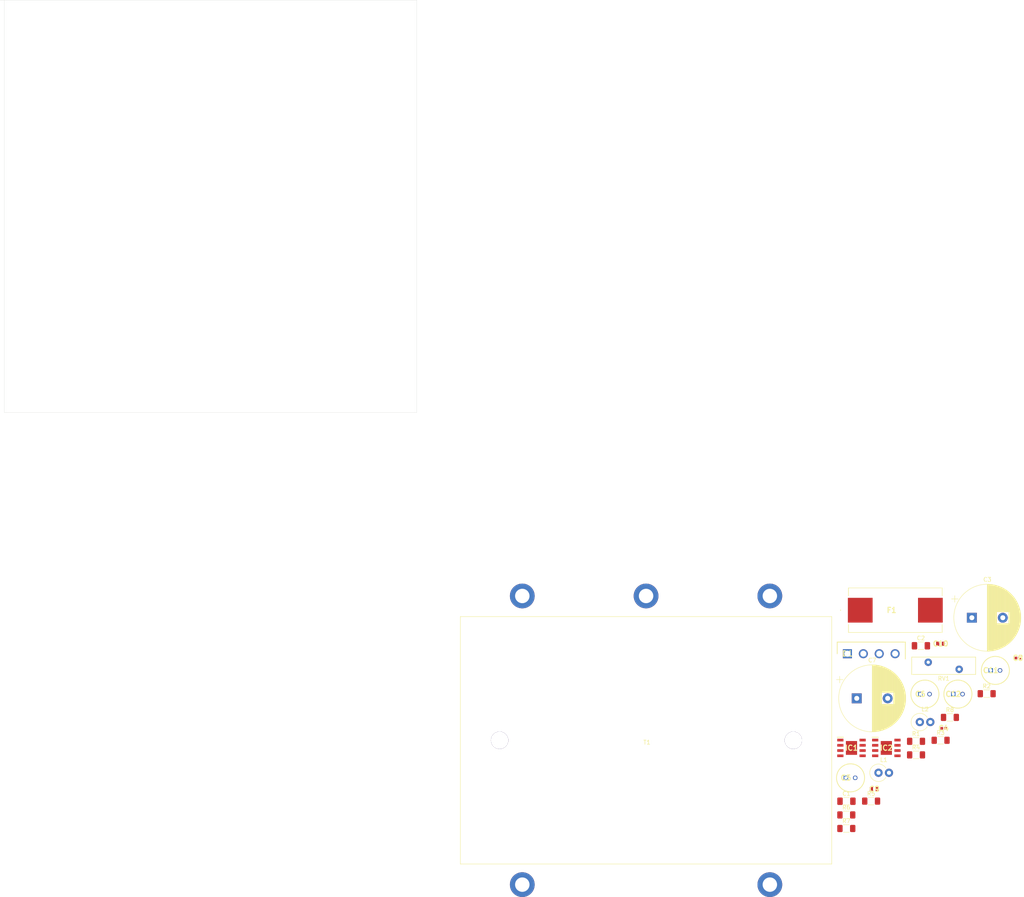
<source format=kicad_pcb>
(kicad_pcb (version 20171130) (host pcbnew "(5.1.9)-1")

  (general
    (thickness 1.6)
    (drawings 5)
    (tracks 0)
    (zones 0)
    (modules 28)
    (nets 27)
  )

  (page A4)
  (layers
    (0 F.Cu signal)
    (31 B.Cu signal)
    (36 B.SilkS user)
    (37 F.SilkS user)
    (38 B.Mask user)
    (39 F.Mask user)
    (44 Edge.Cuts user)
    (45 Margin user)
    (46 B.CrtYd user)
    (47 F.CrtYd user)
  )

  (setup
    (last_trace_width 0.25)
    (trace_clearance 0.2)
    (zone_clearance 0.508)
    (zone_45_only no)
    (trace_min 0.2)
    (via_size 0.8)
    (via_drill 0.4)
    (via_min_size 0.4)
    (via_min_drill 0.3)
    (uvia_size 0.3)
    (uvia_drill 0.1)
    (uvias_allowed no)
    (uvia_min_size 0.2)
    (uvia_min_drill 0.1)
    (edge_width 0.05)
    (segment_width 0.2)
    (pcb_text_width 0.3)
    (pcb_text_size 1.5 1.5)
    (mod_edge_width 0.12)
    (mod_text_size 1 1)
    (mod_text_width 0.15)
    (pad_size 1.524 1.524)
    (pad_drill 0.762)
    (pad_to_mask_clearance 0)
    (aux_axis_origin 0 0)
    (visible_elements 7FFFFFFF)
    (pcbplotparams
      (layerselection 0x010fc_ffffffff)
      (usegerberextensions false)
      (usegerberattributes true)
      (usegerberadvancedattributes true)
      (creategerberjobfile true)
      (excludeedgelayer true)
      (linewidth 0.100000)
      (plotframeref false)
      (viasonmask false)
      (mode 1)
      (useauxorigin false)
      (hpglpennumber 1)
      (hpglpenspeed 20)
      (hpglpendiameter 15.000000)
      (psnegative false)
      (psa4output false)
      (plotreference true)
      (plotvalue true)
      (plotinvisibletext false)
      (padsonsilk false)
      (subtractmaskfromsilk false)
      (outputformat 1)
      (mirror false)
      (drillshape 1)
      (scaleselection 1)
      (outputdirectory ""))
  )

  (net 0 "")
  (net 1 "Net-(C1-Pad1)")
  (net 2 "Net-(C1-Pad2)")
  (net 3 "Net-(C2-Pad1)")
  (net 4 "Net-(C4-Pad1)")
  (net 5 "Net-(C5-Pad1)")
  (net 6 "Net-(C6-Pad2)")
  (net 7 "Net-(C8-Pad2)")
  (net 8 "Net-(C9-Pad1)")
  (net 9 "Net-(C9-Pad2)")
  (net 10 "Net-(C10-Pad2)")
  (net 11 "Net-(C10-Pad1)")
  (net 12 "Net-(C11-Pad2)")
  (net 13 "Net-(C11-Pad1)")
  (net 14 "Net-(C12-Pad1)")
  (net 15 "Net-(C12-Pad2)")
  (net 16 "Net-(D1-Pad2)")
  (net 17 "Net-(D1-Pad3)")
  (net 18 "Net-(F1-Pad1)")
  (net 19 "Net-(F1-Pad2)")
  (net 20 "Net-(IC1-Pad4)")
  (net 21 "Net-(IC1-Pad6)")
  (net 22 "Net-(IC1-Pad9)")
  (net 23 "Net-(IC2-Pad9)")
  (net 24 "Net-(IC2-Pad6)")
  (net 25 "Net-(IC2-Pad4)")
  (net 26 "Net-(RV1-Pad2)")

  (net_class Default "This is the default net class."
    (clearance 0.2)
    (trace_width 0.25)
    (via_dia 0.8)
    (via_drill 0.4)
    (uvia_dia 0.3)
    (uvia_drill 0.1)
    (add_net "Net-(C1-Pad1)")
    (add_net "Net-(C1-Pad2)")
    (add_net "Net-(C10-Pad1)")
    (add_net "Net-(C10-Pad2)")
    (add_net "Net-(C11-Pad1)")
    (add_net "Net-(C11-Pad2)")
    (add_net "Net-(C12-Pad1)")
    (add_net "Net-(C12-Pad2)")
    (add_net "Net-(C2-Pad1)")
    (add_net "Net-(C4-Pad1)")
    (add_net "Net-(C5-Pad1)")
    (add_net "Net-(C6-Pad2)")
    (add_net "Net-(C8-Pad2)")
    (add_net "Net-(C9-Pad1)")
    (add_net "Net-(C9-Pad2)")
    (add_net "Net-(D1-Pad2)")
    (add_net "Net-(D1-Pad3)")
    (add_net "Net-(F1-Pad1)")
    (add_net "Net-(F1-Pad2)")
    (add_net "Net-(IC1-Pad4)")
    (add_net "Net-(IC1-Pad6)")
    (add_net "Net-(IC1-Pad9)")
    (add_net "Net-(IC2-Pad4)")
    (add_net "Net-(IC2-Pad6)")
    (add_net "Net-(IC2-Pad9)")
    (add_net "Net-(RV1-Pad2)")
  )

  (module Capacitor_SMD:C_1206_3216Metric_Pad1.33x1.80mm_HandSolder (layer F.Cu) (tedit 5F68FEEF) (tstamp 60657A0D)
    (at 204.125001 94.275001)
    (descr "Capacitor SMD 1206 (3216 Metric), square (rectangular) end terminal, IPC_7351 nominal with elongated pad for handsoldering. (Body size source: IPC-SM-782 page 76, https://www.pcb-3d.com/wordpress/wp-content/uploads/ipc-sm-782a_amendment_1_and_2.pdf), generated with kicad-footprint-generator")
    (tags "capacitor handsolder")
    (path /60609AA9)
    (attr smd)
    (fp_text reference C1 (at 0 -1.85) (layer F.SilkS)
      (effects (font (size 1 1) (thickness 0.15)))
    )
    (fp_text value 2.2u (at 0 1.85) (layer F.Fab)
      (effects (font (size 1 1) (thickness 0.15)))
    )
    (fp_line (start 2.48 1.15) (end -2.48 1.15) (layer F.CrtYd) (width 0.05))
    (fp_line (start 2.48 -1.15) (end 2.48 1.15) (layer F.CrtYd) (width 0.05))
    (fp_line (start -2.48 -1.15) (end 2.48 -1.15) (layer F.CrtYd) (width 0.05))
    (fp_line (start -2.48 1.15) (end -2.48 -1.15) (layer F.CrtYd) (width 0.05))
    (fp_line (start -0.711252 0.91) (end 0.711252 0.91) (layer F.SilkS) (width 0.12))
    (fp_line (start -0.711252 -0.91) (end 0.711252 -0.91) (layer F.SilkS) (width 0.12))
    (fp_line (start 1.6 0.8) (end -1.6 0.8) (layer F.Fab) (width 0.1))
    (fp_line (start 1.6 -0.8) (end 1.6 0.8) (layer F.Fab) (width 0.1))
    (fp_line (start -1.6 -0.8) (end 1.6 -0.8) (layer F.Fab) (width 0.1))
    (fp_line (start -1.6 0.8) (end -1.6 -0.8) (layer F.Fab) (width 0.1))
    (fp_text user %R (at 0 0) (layer F.Fab)
      (effects (font (size 0.8 0.8) (thickness 0.12)))
    )
    (pad 1 smd roundrect (at -1.5625 0) (size 1.325 1.8) (layers F.Cu F.Paste F.Mask) (roundrect_rratio 0.188679)
      (net 1 "Net-(C1-Pad1)"))
    (pad 2 smd roundrect (at 1.5625 0) (size 1.325 1.8) (layers F.Cu F.Paste F.Mask) (roundrect_rratio 0.188679)
      (net 2 "Net-(C1-Pad2)"))
    (model ${KISYS3DMOD}/Capacitor_SMD.3dshapes/C_1206_3216Metric.wrl
      (at (xyz 0 0 0))
      (scale (xyz 1 1 1))
      (rotate (xyz 0 0 0))
    )
  )

  (module Capacitor_SMD:C_1206_3216Metric_Pad1.33x1.80mm_HandSolder (layer F.Cu) (tedit 5F68FEEF) (tstamp 60657A1E)
    (at 222.175001 56.575001)
    (descr "Capacitor SMD 1206 (3216 Metric), square (rectangular) end terminal, IPC_7351 nominal with elongated pad for handsoldering. (Body size source: IPC-SM-782 page 76, https://www.pcb-3d.com/wordpress/wp-content/uploads/ipc-sm-782a_amendment_1_and_2.pdf), generated with kicad-footprint-generator")
    (tags "capacitor handsolder")
    (path /6063E2A5)
    (attr smd)
    (fp_text reference C2 (at 0 -1.85) (layer F.SilkS)
      (effects (font (size 1 1) (thickness 0.15)))
    )
    (fp_text value 2.2u (at 0 1.85) (layer F.Fab)
      (effects (font (size 1 1) (thickness 0.15)))
    )
    (fp_text user %R (at 0 0) (layer F.Fab)
      (effects (font (size 0.8 0.8) (thickness 0.12)))
    )
    (fp_line (start -1.6 0.8) (end -1.6 -0.8) (layer F.Fab) (width 0.1))
    (fp_line (start -1.6 -0.8) (end 1.6 -0.8) (layer F.Fab) (width 0.1))
    (fp_line (start 1.6 -0.8) (end 1.6 0.8) (layer F.Fab) (width 0.1))
    (fp_line (start 1.6 0.8) (end -1.6 0.8) (layer F.Fab) (width 0.1))
    (fp_line (start -0.711252 -0.91) (end 0.711252 -0.91) (layer F.SilkS) (width 0.12))
    (fp_line (start -0.711252 0.91) (end 0.711252 0.91) (layer F.SilkS) (width 0.12))
    (fp_line (start -2.48 1.15) (end -2.48 -1.15) (layer F.CrtYd) (width 0.05))
    (fp_line (start -2.48 -1.15) (end 2.48 -1.15) (layer F.CrtYd) (width 0.05))
    (fp_line (start 2.48 -1.15) (end 2.48 1.15) (layer F.CrtYd) (width 0.05))
    (fp_line (start 2.48 1.15) (end -2.48 1.15) (layer F.CrtYd) (width 0.05))
    (pad 2 smd roundrect (at 1.5625 0) (size 1.325 1.8) (layers F.Cu F.Paste F.Mask) (roundrect_rratio 0.188679)
      (net 1 "Net-(C1-Pad1)"))
    (pad 1 smd roundrect (at -1.5625 0) (size 1.325 1.8) (layers F.Cu F.Paste F.Mask) (roundrect_rratio 0.188679)
      (net 3 "Net-(C2-Pad1)"))
    (model ${KISYS3DMOD}/Capacitor_SMD.3dshapes/C_1206_3216Metric.wrl
      (at (xyz 0 0 0))
      (scale (xyz 1 1 1))
      (rotate (xyz 0 0 0))
    )
  )

  (module Capacitor_THT:CP_Radial_D16.0mm_P7.50mm (layer F.Cu) (tedit 5AE50EF1) (tstamp 60657B3F)
    (at 234.519492 49.775001)
    (descr "CP, Radial series, Radial, pin pitch=7.50mm, , diameter=16mm, Electrolytic Capacitor")
    (tags "CP Radial series Radial pin pitch 7.50mm  diameter 16mm Electrolytic Capacitor")
    (path /606383CD)
    (fp_text reference C3 (at 3.75 -9.25) (layer F.SilkS)
      (effects (font (size 1 1) (thickness 0.15)))
    )
    (fp_text value 1000u (at 3.75 9.25) (layer F.Fab)
      (effects (font (size 1 1) (thickness 0.15)))
    )
    (fp_line (start -4.139491 -5.355) (end -4.139491 -3.755) (layer F.SilkS) (width 0.12))
    (fp_line (start -4.939491 -4.555) (end -3.339491 -4.555) (layer F.SilkS) (width 0.12))
    (fp_line (start 11.831 -0.765) (end 11.831 0.765) (layer F.SilkS) (width 0.12))
    (fp_line (start 11.791 -1.098) (end 11.791 1.098) (layer F.SilkS) (width 0.12))
    (fp_line (start 11.751 -1.351) (end 11.751 1.351) (layer F.SilkS) (width 0.12))
    (fp_line (start 11.711 -1.564) (end 11.711 1.564) (layer F.SilkS) (width 0.12))
    (fp_line (start 11.671 -1.752) (end 11.671 1.752) (layer F.SilkS) (width 0.12))
    (fp_line (start 11.631 -1.92) (end 11.631 1.92) (layer F.SilkS) (width 0.12))
    (fp_line (start 11.591 -2.074) (end 11.591 2.074) (layer F.SilkS) (width 0.12))
    (fp_line (start 11.551 -2.218) (end 11.551 2.218) (layer F.SilkS) (width 0.12))
    (fp_line (start 11.511 -2.351) (end 11.511 2.351) (layer F.SilkS) (width 0.12))
    (fp_line (start 11.471 -2.478) (end 11.471 2.478) (layer F.SilkS) (width 0.12))
    (fp_line (start 11.431 -2.597) (end 11.431 2.597) (layer F.SilkS) (width 0.12))
    (fp_line (start 11.391 -2.711) (end 11.391 2.711) (layer F.SilkS) (width 0.12))
    (fp_line (start 11.351 -2.82) (end 11.351 2.82) (layer F.SilkS) (width 0.12))
    (fp_line (start 11.311 -2.924) (end 11.311 2.924) (layer F.SilkS) (width 0.12))
    (fp_line (start 11.271 -3.024) (end 11.271 3.024) (layer F.SilkS) (width 0.12))
    (fp_line (start 11.231 -3.12) (end 11.231 3.12) (layer F.SilkS) (width 0.12))
    (fp_line (start 11.191 -3.213) (end 11.191 3.213) (layer F.SilkS) (width 0.12))
    (fp_line (start 11.151 -3.303) (end 11.151 3.303) (layer F.SilkS) (width 0.12))
    (fp_line (start 11.111 -3.39) (end 11.111 3.39) (layer F.SilkS) (width 0.12))
    (fp_line (start 11.071 -3.475) (end 11.071 3.475) (layer F.SilkS) (width 0.12))
    (fp_line (start 11.031 -3.557) (end 11.031 3.557) (layer F.SilkS) (width 0.12))
    (fp_line (start 10.991 -3.637) (end 10.991 3.637) (layer F.SilkS) (width 0.12))
    (fp_line (start 10.951 -3.715) (end 10.951 3.715) (layer F.SilkS) (width 0.12))
    (fp_line (start 10.911 -3.79) (end 10.911 3.79) (layer F.SilkS) (width 0.12))
    (fp_line (start 10.871 -3.864) (end 10.871 3.864) (layer F.SilkS) (width 0.12))
    (fp_line (start 10.831 -3.936) (end 10.831 3.936) (layer F.SilkS) (width 0.12))
    (fp_line (start 10.791 -4.007) (end 10.791 4.007) (layer F.SilkS) (width 0.12))
    (fp_line (start 10.751 -4.076) (end 10.751 4.076) (layer F.SilkS) (width 0.12))
    (fp_line (start 10.711 -4.143) (end 10.711 4.143) (layer F.SilkS) (width 0.12))
    (fp_line (start 10.671 -4.209) (end 10.671 4.209) (layer F.SilkS) (width 0.12))
    (fp_line (start 10.631 -4.273) (end 10.631 4.273) (layer F.SilkS) (width 0.12))
    (fp_line (start 10.591 -4.336) (end 10.591 4.336) (layer F.SilkS) (width 0.12))
    (fp_line (start 10.551 -4.398) (end 10.551 4.398) (layer F.SilkS) (width 0.12))
    (fp_line (start 10.511 -4.459) (end 10.511 4.459) (layer F.SilkS) (width 0.12))
    (fp_line (start 10.471 -4.519) (end 10.471 4.519) (layer F.SilkS) (width 0.12))
    (fp_line (start 10.431 -4.577) (end 10.431 4.577) (layer F.SilkS) (width 0.12))
    (fp_line (start 10.391 -4.634) (end 10.391 4.634) (layer F.SilkS) (width 0.12))
    (fp_line (start 10.351 -4.691) (end 10.351 4.691) (layer F.SilkS) (width 0.12))
    (fp_line (start 10.311 -4.746) (end 10.311 4.746) (layer F.SilkS) (width 0.12))
    (fp_line (start 10.271 -4.8) (end 10.271 4.8) (layer F.SilkS) (width 0.12))
    (fp_line (start 10.231 -4.854) (end 10.231 4.854) (layer F.SilkS) (width 0.12))
    (fp_line (start 10.191 -4.906) (end 10.191 4.906) (layer F.SilkS) (width 0.12))
    (fp_line (start 10.151 -4.958) (end 10.151 4.958) (layer F.SilkS) (width 0.12))
    (fp_line (start 10.111 -5.009) (end 10.111 5.009) (layer F.SilkS) (width 0.12))
    (fp_line (start 10.071 -5.059) (end 10.071 5.059) (layer F.SilkS) (width 0.12))
    (fp_line (start 10.031 -5.108) (end 10.031 5.108) (layer F.SilkS) (width 0.12))
    (fp_line (start 9.991 -5.156) (end 9.991 5.156) (layer F.SilkS) (width 0.12))
    (fp_line (start 9.951 -5.204) (end 9.951 5.204) (layer F.SilkS) (width 0.12))
    (fp_line (start 9.911 -5.251) (end 9.911 5.251) (layer F.SilkS) (width 0.12))
    (fp_line (start 9.871 -5.297) (end 9.871 5.297) (layer F.SilkS) (width 0.12))
    (fp_line (start 9.831 -5.343) (end 9.831 5.343) (layer F.SilkS) (width 0.12))
    (fp_line (start 9.791 -5.388) (end 9.791 5.388) (layer F.SilkS) (width 0.12))
    (fp_line (start 9.751 -5.432) (end 9.751 5.432) (layer F.SilkS) (width 0.12))
    (fp_line (start 9.711 -5.475) (end 9.711 5.475) (layer F.SilkS) (width 0.12))
    (fp_line (start 9.671 -5.518) (end 9.671 5.518) (layer F.SilkS) (width 0.12))
    (fp_line (start 9.631 -5.56) (end 9.631 5.56) (layer F.SilkS) (width 0.12))
    (fp_line (start 9.591 -5.602) (end 9.591 5.602) (layer F.SilkS) (width 0.12))
    (fp_line (start 9.551 -5.643) (end 9.551 5.643) (layer F.SilkS) (width 0.12))
    (fp_line (start 9.511 -5.684) (end 9.511 5.684) (layer F.SilkS) (width 0.12))
    (fp_line (start 9.471 -5.724) (end 9.471 5.724) (layer F.SilkS) (width 0.12))
    (fp_line (start 9.431 -5.763) (end 9.431 5.763) (layer F.SilkS) (width 0.12))
    (fp_line (start 9.391 -5.802) (end 9.391 5.802) (layer F.SilkS) (width 0.12))
    (fp_line (start 9.351 -5.84) (end 9.351 5.84) (layer F.SilkS) (width 0.12))
    (fp_line (start 9.311 -5.878) (end 9.311 5.878) (layer F.SilkS) (width 0.12))
    (fp_line (start 9.271 -5.916) (end 9.271 5.916) (layer F.SilkS) (width 0.12))
    (fp_line (start 9.231 -5.952) (end 9.231 5.952) (layer F.SilkS) (width 0.12))
    (fp_line (start 9.191 -5.989) (end 9.191 5.989) (layer F.SilkS) (width 0.12))
    (fp_line (start 9.151 -6.025) (end 9.151 6.025) (layer F.SilkS) (width 0.12))
    (fp_line (start 9.111 -6.06) (end 9.111 6.06) (layer F.SilkS) (width 0.12))
    (fp_line (start 9.071 -6.095) (end 9.071 6.095) (layer F.SilkS) (width 0.12))
    (fp_line (start 9.031 -6.129) (end 9.031 6.129) (layer F.SilkS) (width 0.12))
    (fp_line (start 8.991 -6.163) (end 8.991 6.163) (layer F.SilkS) (width 0.12))
    (fp_line (start 8.951 -6.197) (end 8.951 6.197) (layer F.SilkS) (width 0.12))
    (fp_line (start 8.911 1.44) (end 8.911 6.23) (layer F.SilkS) (width 0.12))
    (fp_line (start 8.911 -6.23) (end 8.911 -1.44) (layer F.SilkS) (width 0.12))
    (fp_line (start 8.871 1.44) (end 8.871 6.263) (layer F.SilkS) (width 0.12))
    (fp_line (start 8.871 -6.263) (end 8.871 -1.44) (layer F.SilkS) (width 0.12))
    (fp_line (start 8.831 1.44) (end 8.831 6.295) (layer F.SilkS) (width 0.12))
    (fp_line (start 8.831 -6.295) (end 8.831 -1.44) (layer F.SilkS) (width 0.12))
    (fp_line (start 8.791 1.44) (end 8.791 6.327) (layer F.SilkS) (width 0.12))
    (fp_line (start 8.791 -6.327) (end 8.791 -1.44) (layer F.SilkS) (width 0.12))
    (fp_line (start 8.751 1.44) (end 8.751 6.358) (layer F.SilkS) (width 0.12))
    (fp_line (start 8.751 -6.358) (end 8.751 -1.44) (layer F.SilkS) (width 0.12))
    (fp_line (start 8.711 1.44) (end 8.711 6.39) (layer F.SilkS) (width 0.12))
    (fp_line (start 8.711 -6.39) (end 8.711 -1.44) (layer F.SilkS) (width 0.12))
    (fp_line (start 8.671 1.44) (end 8.671 6.42) (layer F.SilkS) (width 0.12))
    (fp_line (start 8.671 -6.42) (end 8.671 -1.44) (layer F.SilkS) (width 0.12))
    (fp_line (start 8.631 1.44) (end 8.631 6.45) (layer F.SilkS) (width 0.12))
    (fp_line (start 8.631 -6.45) (end 8.631 -1.44) (layer F.SilkS) (width 0.12))
    (fp_line (start 8.591 1.44) (end 8.591 6.48) (layer F.SilkS) (width 0.12))
    (fp_line (start 8.591 -6.48) (end 8.591 -1.44) (layer F.SilkS) (width 0.12))
    (fp_line (start 8.551 1.44) (end 8.551 6.51) (layer F.SilkS) (width 0.12))
    (fp_line (start 8.551 -6.51) (end 8.551 -1.44) (layer F.SilkS) (width 0.12))
    (fp_line (start 8.511 1.44) (end 8.511 6.539) (layer F.SilkS) (width 0.12))
    (fp_line (start 8.511 -6.539) (end 8.511 -1.44) (layer F.SilkS) (width 0.12))
    (fp_line (start 8.471 1.44) (end 8.471 6.568) (layer F.SilkS) (width 0.12))
    (fp_line (start 8.471 -6.568) (end 8.471 -1.44) (layer F.SilkS) (width 0.12))
    (fp_line (start 8.431 1.44) (end 8.431 6.596) (layer F.SilkS) (width 0.12))
    (fp_line (start 8.431 -6.596) (end 8.431 -1.44) (layer F.SilkS) (width 0.12))
    (fp_line (start 8.391 1.44) (end 8.391 6.624) (layer F.SilkS) (width 0.12))
    (fp_line (start 8.391 -6.624) (end 8.391 -1.44) (layer F.SilkS) (width 0.12))
    (fp_line (start 8.351 1.44) (end 8.351 6.652) (layer F.SilkS) (width 0.12))
    (fp_line (start 8.351 -6.652) (end 8.351 -1.44) (layer F.SilkS) (width 0.12))
    (fp_line (start 8.311 1.44) (end 8.311 6.679) (layer F.SilkS) (width 0.12))
    (fp_line (start 8.311 -6.679) (end 8.311 -1.44) (layer F.SilkS) (width 0.12))
    (fp_line (start 8.271 1.44) (end 8.271 6.706) (layer F.SilkS) (width 0.12))
    (fp_line (start 8.271 -6.706) (end 8.271 -1.44) (layer F.SilkS) (width 0.12))
    (fp_line (start 8.231 1.44) (end 8.231 6.733) (layer F.SilkS) (width 0.12))
    (fp_line (start 8.231 -6.733) (end 8.231 -1.44) (layer F.SilkS) (width 0.12))
    (fp_line (start 8.191 1.44) (end 8.191 6.759) (layer F.SilkS) (width 0.12))
    (fp_line (start 8.191 -6.759) (end 8.191 -1.44) (layer F.SilkS) (width 0.12))
    (fp_line (start 8.151 1.44) (end 8.151 6.785) (layer F.SilkS) (width 0.12))
    (fp_line (start 8.151 -6.785) (end 8.151 -1.44) (layer F.SilkS) (width 0.12))
    (fp_line (start 8.111 1.44) (end 8.111 6.811) (layer F.SilkS) (width 0.12))
    (fp_line (start 8.111 -6.811) (end 8.111 -1.44) (layer F.SilkS) (width 0.12))
    (fp_line (start 8.071 1.44) (end 8.071 6.836) (layer F.SilkS) (width 0.12))
    (fp_line (start 8.071 -6.836) (end 8.071 -1.44) (layer F.SilkS) (width 0.12))
    (fp_line (start 8.031 1.44) (end 8.031 6.861) (layer F.SilkS) (width 0.12))
    (fp_line (start 8.031 -6.861) (end 8.031 -1.44) (layer F.SilkS) (width 0.12))
    (fp_line (start 7.991 1.44) (end 7.991 6.886) (layer F.SilkS) (width 0.12))
    (fp_line (start 7.991 -6.886) (end 7.991 -1.44) (layer F.SilkS) (width 0.12))
    (fp_line (start 7.951 1.44) (end 7.951 6.91) (layer F.SilkS) (width 0.12))
    (fp_line (start 7.951 -6.91) (end 7.951 -1.44) (layer F.SilkS) (width 0.12))
    (fp_line (start 7.911 1.44) (end 7.911 6.934) (layer F.SilkS) (width 0.12))
    (fp_line (start 7.911 -6.934) (end 7.911 -1.44) (layer F.SilkS) (width 0.12))
    (fp_line (start 7.871 1.44) (end 7.871 6.958) (layer F.SilkS) (width 0.12))
    (fp_line (start 7.871 -6.958) (end 7.871 -1.44) (layer F.SilkS) (width 0.12))
    (fp_line (start 7.831 1.44) (end 7.831 6.981) (layer F.SilkS) (width 0.12))
    (fp_line (start 7.831 -6.981) (end 7.831 -1.44) (layer F.SilkS) (width 0.12))
    (fp_line (start 7.791 1.44) (end 7.791 7.004) (layer F.SilkS) (width 0.12))
    (fp_line (start 7.791 -7.004) (end 7.791 -1.44) (layer F.SilkS) (width 0.12))
    (fp_line (start 7.751 1.44) (end 7.751 7.027) (layer F.SilkS) (width 0.12))
    (fp_line (start 7.751 -7.027) (end 7.751 -1.44) (layer F.SilkS) (width 0.12))
    (fp_line (start 7.711 1.44) (end 7.711 7.049) (layer F.SilkS) (width 0.12))
    (fp_line (start 7.711 -7.049) (end 7.711 -1.44) (layer F.SilkS) (width 0.12))
    (fp_line (start 7.671 1.44) (end 7.671 7.072) (layer F.SilkS) (width 0.12))
    (fp_line (start 7.671 -7.072) (end 7.671 -1.44) (layer F.SilkS) (width 0.12))
    (fp_line (start 7.631 1.44) (end 7.631 7.094) (layer F.SilkS) (width 0.12))
    (fp_line (start 7.631 -7.094) (end 7.631 -1.44) (layer F.SilkS) (width 0.12))
    (fp_line (start 7.591 1.44) (end 7.591 7.115) (layer F.SilkS) (width 0.12))
    (fp_line (start 7.591 -7.115) (end 7.591 -1.44) (layer F.SilkS) (width 0.12))
    (fp_line (start 7.551 1.44) (end 7.551 7.136) (layer F.SilkS) (width 0.12))
    (fp_line (start 7.551 -7.136) (end 7.551 -1.44) (layer F.SilkS) (width 0.12))
    (fp_line (start 7.511 1.44) (end 7.511 7.157) (layer F.SilkS) (width 0.12))
    (fp_line (start 7.511 -7.157) (end 7.511 -1.44) (layer F.SilkS) (width 0.12))
    (fp_line (start 7.471 1.44) (end 7.471 7.178) (layer F.SilkS) (width 0.12))
    (fp_line (start 7.471 -7.178) (end 7.471 -1.44) (layer F.SilkS) (width 0.12))
    (fp_line (start 7.431 1.44) (end 7.431 7.199) (layer F.SilkS) (width 0.12))
    (fp_line (start 7.431 -7.199) (end 7.431 -1.44) (layer F.SilkS) (width 0.12))
    (fp_line (start 7.391 1.44) (end 7.391 7.219) (layer F.SilkS) (width 0.12))
    (fp_line (start 7.391 -7.219) (end 7.391 -1.44) (layer F.SilkS) (width 0.12))
    (fp_line (start 7.351 1.44) (end 7.351 7.239) (layer F.SilkS) (width 0.12))
    (fp_line (start 7.351 -7.239) (end 7.351 -1.44) (layer F.SilkS) (width 0.12))
    (fp_line (start 7.311 1.44) (end 7.311 7.258) (layer F.SilkS) (width 0.12))
    (fp_line (start 7.311 -7.258) (end 7.311 -1.44) (layer F.SilkS) (width 0.12))
    (fp_line (start 7.271 1.44) (end 7.271 7.278) (layer F.SilkS) (width 0.12))
    (fp_line (start 7.271 -7.278) (end 7.271 -1.44) (layer F.SilkS) (width 0.12))
    (fp_line (start 7.231 1.44) (end 7.231 7.297) (layer F.SilkS) (width 0.12))
    (fp_line (start 7.231 -7.297) (end 7.231 -1.44) (layer F.SilkS) (width 0.12))
    (fp_line (start 7.191 1.44) (end 7.191 7.316) (layer F.SilkS) (width 0.12))
    (fp_line (start 7.191 -7.316) (end 7.191 -1.44) (layer F.SilkS) (width 0.12))
    (fp_line (start 7.151 1.44) (end 7.151 7.334) (layer F.SilkS) (width 0.12))
    (fp_line (start 7.151 -7.334) (end 7.151 -1.44) (layer F.SilkS) (width 0.12))
    (fp_line (start 7.111 1.44) (end 7.111 7.353) (layer F.SilkS) (width 0.12))
    (fp_line (start 7.111 -7.353) (end 7.111 -1.44) (layer F.SilkS) (width 0.12))
    (fp_line (start 7.071 1.44) (end 7.071 7.371) (layer F.SilkS) (width 0.12))
    (fp_line (start 7.071 -7.371) (end 7.071 -1.44) (layer F.SilkS) (width 0.12))
    (fp_line (start 7.031 1.44) (end 7.031 7.389) (layer F.SilkS) (width 0.12))
    (fp_line (start 7.031 -7.389) (end 7.031 -1.44) (layer F.SilkS) (width 0.12))
    (fp_line (start 6.991 1.44) (end 6.991 7.406) (layer F.SilkS) (width 0.12))
    (fp_line (start 6.991 -7.406) (end 6.991 -1.44) (layer F.SilkS) (width 0.12))
    (fp_line (start 6.951 1.44) (end 6.951 7.423) (layer F.SilkS) (width 0.12))
    (fp_line (start 6.951 -7.423) (end 6.951 -1.44) (layer F.SilkS) (width 0.12))
    (fp_line (start 6.911 1.44) (end 6.911 7.44) (layer F.SilkS) (width 0.12))
    (fp_line (start 6.911 -7.44) (end 6.911 -1.44) (layer F.SilkS) (width 0.12))
    (fp_line (start 6.871 1.44) (end 6.871 7.457) (layer F.SilkS) (width 0.12))
    (fp_line (start 6.871 -7.457) (end 6.871 -1.44) (layer F.SilkS) (width 0.12))
    (fp_line (start 6.831 1.44) (end 6.831 7.474) (layer F.SilkS) (width 0.12))
    (fp_line (start 6.831 -7.474) (end 6.831 -1.44) (layer F.SilkS) (width 0.12))
    (fp_line (start 6.791 1.44) (end 6.791 7.49) (layer F.SilkS) (width 0.12))
    (fp_line (start 6.791 -7.49) (end 6.791 -1.44) (layer F.SilkS) (width 0.12))
    (fp_line (start 6.751 1.44) (end 6.751 7.506) (layer F.SilkS) (width 0.12))
    (fp_line (start 6.751 -7.506) (end 6.751 -1.44) (layer F.SilkS) (width 0.12))
    (fp_line (start 6.711 1.44) (end 6.711 7.522) (layer F.SilkS) (width 0.12))
    (fp_line (start 6.711 -7.522) (end 6.711 -1.44) (layer F.SilkS) (width 0.12))
    (fp_line (start 6.671 1.44) (end 6.671 7.537) (layer F.SilkS) (width 0.12))
    (fp_line (start 6.671 -7.537) (end 6.671 -1.44) (layer F.SilkS) (width 0.12))
    (fp_line (start 6.631 1.44) (end 6.631 7.553) (layer F.SilkS) (width 0.12))
    (fp_line (start 6.631 -7.553) (end 6.631 -1.44) (layer F.SilkS) (width 0.12))
    (fp_line (start 6.591 1.44) (end 6.591 7.568) (layer F.SilkS) (width 0.12))
    (fp_line (start 6.591 -7.568) (end 6.591 -1.44) (layer F.SilkS) (width 0.12))
    (fp_line (start 6.551 1.44) (end 6.551 7.582) (layer F.SilkS) (width 0.12))
    (fp_line (start 6.551 -7.582) (end 6.551 -1.44) (layer F.SilkS) (width 0.12))
    (fp_line (start 6.511 1.44) (end 6.511 7.597) (layer F.SilkS) (width 0.12))
    (fp_line (start 6.511 -7.597) (end 6.511 -1.44) (layer F.SilkS) (width 0.12))
    (fp_line (start 6.471 1.44) (end 6.471 7.611) (layer F.SilkS) (width 0.12))
    (fp_line (start 6.471 -7.611) (end 6.471 -1.44) (layer F.SilkS) (width 0.12))
    (fp_line (start 6.431 1.44) (end 6.431 7.625) (layer F.SilkS) (width 0.12))
    (fp_line (start 6.431 -7.625) (end 6.431 -1.44) (layer F.SilkS) (width 0.12))
    (fp_line (start 6.391 1.44) (end 6.391 7.639) (layer F.SilkS) (width 0.12))
    (fp_line (start 6.391 -7.639) (end 6.391 -1.44) (layer F.SilkS) (width 0.12))
    (fp_line (start 6.351 1.44) (end 6.351 7.653) (layer F.SilkS) (width 0.12))
    (fp_line (start 6.351 -7.653) (end 6.351 -1.44) (layer F.SilkS) (width 0.12))
    (fp_line (start 6.311 1.44) (end 6.311 7.666) (layer F.SilkS) (width 0.12))
    (fp_line (start 6.311 -7.666) (end 6.311 -1.44) (layer F.SilkS) (width 0.12))
    (fp_line (start 6.271 1.44) (end 6.271 7.68) (layer F.SilkS) (width 0.12))
    (fp_line (start 6.271 -7.68) (end 6.271 -1.44) (layer F.SilkS) (width 0.12))
    (fp_line (start 6.231 1.44) (end 6.231 7.693) (layer F.SilkS) (width 0.12))
    (fp_line (start 6.231 -7.693) (end 6.231 -1.44) (layer F.SilkS) (width 0.12))
    (fp_line (start 6.191 1.44) (end 6.191 7.705) (layer F.SilkS) (width 0.12))
    (fp_line (start 6.191 -7.705) (end 6.191 -1.44) (layer F.SilkS) (width 0.12))
    (fp_line (start 6.151 1.44) (end 6.151 7.718) (layer F.SilkS) (width 0.12))
    (fp_line (start 6.151 -7.718) (end 6.151 -1.44) (layer F.SilkS) (width 0.12))
    (fp_line (start 6.111 1.44) (end 6.111 7.73) (layer F.SilkS) (width 0.12))
    (fp_line (start 6.111 -7.73) (end 6.111 -1.44) (layer F.SilkS) (width 0.12))
    (fp_line (start 6.071 1.44) (end 6.071 7.742) (layer F.SilkS) (width 0.12))
    (fp_line (start 6.071 -7.742) (end 6.071 -1.44) (layer F.SilkS) (width 0.12))
    (fp_line (start 6.031 -7.754) (end 6.031 7.754) (layer F.SilkS) (width 0.12))
    (fp_line (start 5.991 -7.765) (end 5.991 7.765) (layer F.SilkS) (width 0.12))
    (fp_line (start 5.951 -7.777) (end 5.951 7.777) (layer F.SilkS) (width 0.12))
    (fp_line (start 5.911 -7.788) (end 5.911 7.788) (layer F.SilkS) (width 0.12))
    (fp_line (start 5.871 -7.799) (end 5.871 7.799) (layer F.SilkS) (width 0.12))
    (fp_line (start 5.831 -7.81) (end 5.831 7.81) (layer F.SilkS) (width 0.12))
    (fp_line (start 5.791 -7.82) (end 5.791 7.82) (layer F.SilkS) (width 0.12))
    (fp_line (start 5.751 -7.83) (end 5.751 7.83) (layer F.SilkS) (width 0.12))
    (fp_line (start 5.711 -7.84) (end 5.711 7.84) (layer F.SilkS) (width 0.12))
    (fp_line (start 5.671 -7.85) (end 5.671 7.85) (layer F.SilkS) (width 0.12))
    (fp_line (start 5.631 -7.86) (end 5.631 7.86) (layer F.SilkS) (width 0.12))
    (fp_line (start 5.591 -7.869) (end 5.591 7.869) (layer F.SilkS) (width 0.12))
    (fp_line (start 5.551 -7.878) (end 5.551 7.878) (layer F.SilkS) (width 0.12))
    (fp_line (start 5.511 -7.887) (end 5.511 7.887) (layer F.SilkS) (width 0.12))
    (fp_line (start 5.471 -7.896) (end 5.471 7.896) (layer F.SilkS) (width 0.12))
    (fp_line (start 5.431 -7.905) (end 5.431 7.905) (layer F.SilkS) (width 0.12))
    (fp_line (start 5.391 -7.913) (end 5.391 7.913) (layer F.SilkS) (width 0.12))
    (fp_line (start 5.351 -7.921) (end 5.351 7.921) (layer F.SilkS) (width 0.12))
    (fp_line (start 5.311 -7.929) (end 5.311 7.929) (layer F.SilkS) (width 0.12))
    (fp_line (start 5.271 -7.937) (end 5.271 7.937) (layer F.SilkS) (width 0.12))
    (fp_line (start 5.231 -7.944) (end 5.231 7.944) (layer F.SilkS) (width 0.12))
    (fp_line (start 5.191 -7.952) (end 5.191 7.952) (layer F.SilkS) (width 0.12))
    (fp_line (start 5.151 -7.959) (end 5.151 7.959) (layer F.SilkS) (width 0.12))
    (fp_line (start 5.111 -7.966) (end 5.111 7.966) (layer F.SilkS) (width 0.12))
    (fp_line (start 5.071 -7.972) (end 5.071 7.972) (layer F.SilkS) (width 0.12))
    (fp_line (start 5.031 -7.979) (end 5.031 7.979) (layer F.SilkS) (width 0.12))
    (fp_line (start 4.991 -7.985) (end 4.991 7.985) (layer F.SilkS) (width 0.12))
    (fp_line (start 4.951 -7.991) (end 4.951 7.991) (layer F.SilkS) (width 0.12))
    (fp_line (start 4.911 -7.997) (end 4.911 7.997) (layer F.SilkS) (width 0.12))
    (fp_line (start 4.871 -8.003) (end 4.871 8.003) (layer F.SilkS) (width 0.12))
    (fp_line (start 4.831 -8.008) (end 4.831 8.008) (layer F.SilkS) (width 0.12))
    (fp_line (start 4.791 -8.014) (end 4.791 8.014) (layer F.SilkS) (width 0.12))
    (fp_line (start 4.751 -8.019) (end 4.751 8.019) (layer F.SilkS) (width 0.12))
    (fp_line (start 4.711 -8.024) (end 4.711 8.024) (layer F.SilkS) (width 0.12))
    (fp_line (start 4.671 -8.028) (end 4.671 8.028) (layer F.SilkS) (width 0.12))
    (fp_line (start 4.631 -8.033) (end 4.631 8.033) (layer F.SilkS) (width 0.12))
    (fp_line (start 4.591 -8.037) (end 4.591 8.037) (layer F.SilkS) (width 0.12))
    (fp_line (start 4.551 -8.041) (end 4.551 8.041) (layer F.SilkS) (width 0.12))
    (fp_line (start 4.511 -8.045) (end 4.511 8.045) (layer F.SilkS) (width 0.12))
    (fp_line (start 4.471 -8.049) (end 4.471 8.049) (layer F.SilkS) (width 0.12))
    (fp_line (start 4.43 -8.052) (end 4.43 8.052) (layer F.SilkS) (width 0.12))
    (fp_line (start 4.39 -8.055) (end 4.39 8.055) (layer F.SilkS) (width 0.12))
    (fp_line (start 4.35 -8.058) (end 4.35 8.058) (layer F.SilkS) (width 0.12))
    (fp_line (start 4.31 -8.061) (end 4.31 8.061) (layer F.SilkS) (width 0.12))
    (fp_line (start 4.27 -8.064) (end 4.27 8.064) (layer F.SilkS) (width 0.12))
    (fp_line (start 4.23 -8.066) (end 4.23 8.066) (layer F.SilkS) (width 0.12))
    (fp_line (start 4.19 -8.069) (end 4.19 8.069) (layer F.SilkS) (width 0.12))
    (fp_line (start 4.15 -8.071) (end 4.15 8.071) (layer F.SilkS) (width 0.12))
    (fp_line (start 4.11 -8.073) (end 4.11 8.073) (layer F.SilkS) (width 0.12))
    (fp_line (start 4.07 -8.074) (end 4.07 8.074) (layer F.SilkS) (width 0.12))
    (fp_line (start 4.03 -8.076) (end 4.03 8.076) (layer F.SilkS) (width 0.12))
    (fp_line (start 3.99 -8.077) (end 3.99 8.077) (layer F.SilkS) (width 0.12))
    (fp_line (start 3.95 -8.078) (end 3.95 8.078) (layer F.SilkS) (width 0.12))
    (fp_line (start 3.91 -8.079) (end 3.91 8.079) (layer F.SilkS) (width 0.12))
    (fp_line (start 3.87 -8.08) (end 3.87 8.08) (layer F.SilkS) (width 0.12))
    (fp_line (start 3.83 -8.08) (end 3.83 8.08) (layer F.SilkS) (width 0.12))
    (fp_line (start 3.79 -8.08) (end 3.79 8.08) (layer F.SilkS) (width 0.12))
    (fp_line (start 3.75 -8.081) (end 3.75 8.081) (layer F.SilkS) (width 0.12))
    (fp_line (start -2.325168 -4.3075) (end -2.325168 -2.7075) (layer F.Fab) (width 0.1))
    (fp_line (start -3.125168 -3.5075) (end -1.525168 -3.5075) (layer F.Fab) (width 0.1))
    (fp_circle (center 3.75 0) (end 12 0) (layer F.CrtYd) (width 0.05))
    (fp_circle (center 3.75 0) (end 11.87 0) (layer F.SilkS) (width 0.12))
    (fp_circle (center 3.75 0) (end 11.75 0) (layer F.Fab) (width 0.1))
    (fp_text user %R (at 3.75 0) (layer F.Fab)
      (effects (font (size 1 1) (thickness 0.15)))
    )
    (pad 1 thru_hole rect (at 0 0) (size 2.4 2.4) (drill 1.2) (layers *.Cu *.Mask)
      (net 3 "Net-(C2-Pad1)"))
    (pad 2 thru_hole circle (at 7.5 0) (size 2.4 2.4) (drill 1.2) (layers *.Cu *.Mask)
      (net 1 "Net-(C1-Pad1)"))
    (model ${KISYS3DMOD}/Capacitor_THT.3dshapes/CP_Radial_D16.0mm_P7.50mm.wrl
      (at (xyz 0 0 0))
      (scale (xyz 1 1 1))
      (rotate (xyz 0 0 0))
    )
  )

  (module SamacSys_Parts:CAPC1005X56N (layer F.Cu) (tedit 0) (tstamp 60657B4E)
    (at 227.680001 76.585001)
    (descr "AVX0402(THICKNESS 0.56MM)")
    (tags Capacitor)
    (path /606384C8)
    (attr smd)
    (fp_text reference C4 (at 0 0) (layer F.SilkS)
      (effects (font (size 1.27 1.27) (thickness 0.254)))
    )
    (fp_text value 3.3n (at 0 0) (layer F.SilkS) hide
      (effects (font (size 1.27 1.27) (thickness 0.254)))
    )
    (fp_text user %R (at 0 0) (layer F.Fab)
      (effects (font (size 1.27 1.27) (thickness 0.254)))
    )
    (fp_line (start -0.925 -0.47) (end 0.925 -0.47) (layer F.CrtYd) (width 0.05))
    (fp_line (start 0.925 -0.47) (end 0.925 0.47) (layer F.CrtYd) (width 0.05))
    (fp_line (start 0.925 0.47) (end -0.925 0.47) (layer F.CrtYd) (width 0.05))
    (fp_line (start -0.925 0.47) (end -0.925 -0.47) (layer F.CrtYd) (width 0.05))
    (fp_line (start -0.5 -0.25) (end 0.5 -0.25) (layer F.Fab) (width 0.1))
    (fp_line (start 0.5 -0.25) (end 0.5 0.25) (layer F.Fab) (width 0.1))
    (fp_line (start 0.5 0.25) (end -0.5 0.25) (layer F.Fab) (width 0.1))
    (fp_line (start -0.5 0.25) (end -0.5 -0.25) (layer F.Fab) (width 0.1))
    (pad 2 smd rect (at 0.45 0 90) (size 0.64 0.65) (layers F.Cu F.Paste F.Mask)
      (net 1 "Net-(C1-Pad1)"))
    (pad 1 smd rect (at -0.45 0 90) (size 0.64 0.65) (layers F.Cu F.Paste F.Mask)
      (net 4 "Net-(C4-Pad1)"))
    (model C:\Users\akhen\Documents\circuits\SamacSys_Parts.3dshapes\04023C332KAT2A.stp
      (at (xyz 0 0 0))
      (scale (xyz 1 1 1))
      (rotate (xyz 0 0 0))
    )
  )

  (module SamacSys_Parts:CAPPRD225W50D680H1250 (layer F.Cu) (tedit 0) (tstamp 60657B57)
    (at 203.995001 88.600001)
    (descr 6.8x12.5)
    (tags "Capacitor Polarised")
    (path /6061DB36)
    (fp_text reference C5 (at 0 0) (layer F.SilkS)
      (effects (font (size 1.27 1.27) (thickness 0.254)))
    )
    (fp_text value 100u (at 0 0) (layer F.SilkS) hide
      (effects (font (size 1.27 1.27) (thickness 0.254)))
    )
    (fp_circle (center 1.125 0) (end 1.125 3.4) (layer F.Fab) (width 0.1))
    (fp_circle (center 1.125 0) (end 1.125 3.4) (layer F.SilkS) (width 0.2))
    (fp_text user %R (at 0 0) (layer F.Fab)
      (effects (font (size 1.27 1.27) (thickness 0.254)))
    )
    (pad 1 thru_hole rect (at 0 0) (size 1.1 1.1) (drill 0.7) (layers *.Cu *.Mask)
      (net 5 "Net-(C5-Pad1)"))
    (pad 2 thru_hole circle (at 2.25 0) (size 1.1 1.1) (drill 0.7) (layers *.Cu *.Mask)
      (net 1 "Net-(C1-Pad1)"))
    (model C:\Users\akhen\Documents\circuits\SamacSys_Parts.3dshapes\RGA101M1EBK-0611G.stp
      (at (xyz 0 0 0))
      (scale (xyz 1 1 1))
      (rotate (xyz 0 0 0))
    )
  )

  (module SamacSys_Parts:CAPPRD225W50D680H1250 (layer F.Cu) (tedit 0) (tstamp 60657B60)
    (at 222.015001 68.300001)
    (descr 6.8x12.5)
    (tags "Capacitor Polarised")
    (path /6061CD0E)
    (fp_text reference C6 (at 0 0) (layer F.SilkS)
      (effects (font (size 1.27 1.27) (thickness 0.254)))
    )
    (fp_text value 100u (at 0 0) (layer F.SilkS) hide
      (effects (font (size 1.27 1.27) (thickness 0.254)))
    )
    (fp_text user %R (at 0 0) (layer F.Fab)
      (effects (font (size 1.27 1.27) (thickness 0.254)))
    )
    (fp_circle (center 1.125 0) (end 1.125 3.4) (layer F.SilkS) (width 0.2))
    (fp_circle (center 1.125 0) (end 1.125 3.4) (layer F.Fab) (width 0.1))
    (pad 2 thru_hole circle (at 2.25 0) (size 1.1 1.1) (drill 0.7) (layers *.Cu *.Mask)
      (net 6 "Net-(C6-Pad2)"))
    (pad 1 thru_hole rect (at 0 0) (size 1.1 1.1) (drill 0.7) (layers *.Cu *.Mask)
      (net 1 "Net-(C1-Pad1)"))
    (model C:\Users\akhen\Documents\circuits\SamacSys_Parts.3dshapes\RGA101M1EBK-0611G.stp
      (at (xyz 0 0 0))
      (scale (xyz 1 1 1))
      (rotate (xyz 0 0 0))
    )
  )

  (module Capacitor_THT:CP_Radial_D16.0mm_P7.50mm (layer F.Cu) (tedit 5AE50EF1) (tstamp 60657C81)
    (at 206.619492 69.325001)
    (descr "CP, Radial series, Radial, pin pitch=7.50mm, , diameter=16mm, Electrolytic Capacitor")
    (tags "CP Radial series Radial pin pitch 7.50mm  diameter 16mm Electrolytic Capacitor")
    (path /6062A8F8)
    (fp_text reference C7 (at 3.75 -9.25) (layer F.SilkS)
      (effects (font (size 1 1) (thickness 0.15)))
    )
    (fp_text value 1000u (at 3.75 9.25) (layer F.Fab)
      (effects (font (size 1 1) (thickness 0.15)))
    )
    (fp_text user %R (at 3.75 0) (layer F.Fab)
      (effects (font (size 1 1) (thickness 0.15)))
    )
    (fp_circle (center 3.75 0) (end 11.75 0) (layer F.Fab) (width 0.1))
    (fp_circle (center 3.75 0) (end 11.87 0) (layer F.SilkS) (width 0.12))
    (fp_circle (center 3.75 0) (end 12 0) (layer F.CrtYd) (width 0.05))
    (fp_line (start -3.125168 -3.5075) (end -1.525168 -3.5075) (layer F.Fab) (width 0.1))
    (fp_line (start -2.325168 -4.3075) (end -2.325168 -2.7075) (layer F.Fab) (width 0.1))
    (fp_line (start 3.75 -8.081) (end 3.75 8.081) (layer F.SilkS) (width 0.12))
    (fp_line (start 3.79 -8.08) (end 3.79 8.08) (layer F.SilkS) (width 0.12))
    (fp_line (start 3.83 -8.08) (end 3.83 8.08) (layer F.SilkS) (width 0.12))
    (fp_line (start 3.87 -8.08) (end 3.87 8.08) (layer F.SilkS) (width 0.12))
    (fp_line (start 3.91 -8.079) (end 3.91 8.079) (layer F.SilkS) (width 0.12))
    (fp_line (start 3.95 -8.078) (end 3.95 8.078) (layer F.SilkS) (width 0.12))
    (fp_line (start 3.99 -8.077) (end 3.99 8.077) (layer F.SilkS) (width 0.12))
    (fp_line (start 4.03 -8.076) (end 4.03 8.076) (layer F.SilkS) (width 0.12))
    (fp_line (start 4.07 -8.074) (end 4.07 8.074) (layer F.SilkS) (width 0.12))
    (fp_line (start 4.11 -8.073) (end 4.11 8.073) (layer F.SilkS) (width 0.12))
    (fp_line (start 4.15 -8.071) (end 4.15 8.071) (layer F.SilkS) (width 0.12))
    (fp_line (start 4.19 -8.069) (end 4.19 8.069) (layer F.SilkS) (width 0.12))
    (fp_line (start 4.23 -8.066) (end 4.23 8.066) (layer F.SilkS) (width 0.12))
    (fp_line (start 4.27 -8.064) (end 4.27 8.064) (layer F.SilkS) (width 0.12))
    (fp_line (start 4.31 -8.061) (end 4.31 8.061) (layer F.SilkS) (width 0.12))
    (fp_line (start 4.35 -8.058) (end 4.35 8.058) (layer F.SilkS) (width 0.12))
    (fp_line (start 4.39 -8.055) (end 4.39 8.055) (layer F.SilkS) (width 0.12))
    (fp_line (start 4.43 -8.052) (end 4.43 8.052) (layer F.SilkS) (width 0.12))
    (fp_line (start 4.471 -8.049) (end 4.471 8.049) (layer F.SilkS) (width 0.12))
    (fp_line (start 4.511 -8.045) (end 4.511 8.045) (layer F.SilkS) (width 0.12))
    (fp_line (start 4.551 -8.041) (end 4.551 8.041) (layer F.SilkS) (width 0.12))
    (fp_line (start 4.591 -8.037) (end 4.591 8.037) (layer F.SilkS) (width 0.12))
    (fp_line (start 4.631 -8.033) (end 4.631 8.033) (layer F.SilkS) (width 0.12))
    (fp_line (start 4.671 -8.028) (end 4.671 8.028) (layer F.SilkS) (width 0.12))
    (fp_line (start 4.711 -8.024) (end 4.711 8.024) (layer F.SilkS) (width 0.12))
    (fp_line (start 4.751 -8.019) (end 4.751 8.019) (layer F.SilkS) (width 0.12))
    (fp_line (start 4.791 -8.014) (end 4.791 8.014) (layer F.SilkS) (width 0.12))
    (fp_line (start 4.831 -8.008) (end 4.831 8.008) (layer F.SilkS) (width 0.12))
    (fp_line (start 4.871 -8.003) (end 4.871 8.003) (layer F.SilkS) (width 0.12))
    (fp_line (start 4.911 -7.997) (end 4.911 7.997) (layer F.SilkS) (width 0.12))
    (fp_line (start 4.951 -7.991) (end 4.951 7.991) (layer F.SilkS) (width 0.12))
    (fp_line (start 4.991 -7.985) (end 4.991 7.985) (layer F.SilkS) (width 0.12))
    (fp_line (start 5.031 -7.979) (end 5.031 7.979) (layer F.SilkS) (width 0.12))
    (fp_line (start 5.071 -7.972) (end 5.071 7.972) (layer F.SilkS) (width 0.12))
    (fp_line (start 5.111 -7.966) (end 5.111 7.966) (layer F.SilkS) (width 0.12))
    (fp_line (start 5.151 -7.959) (end 5.151 7.959) (layer F.SilkS) (width 0.12))
    (fp_line (start 5.191 -7.952) (end 5.191 7.952) (layer F.SilkS) (width 0.12))
    (fp_line (start 5.231 -7.944) (end 5.231 7.944) (layer F.SilkS) (width 0.12))
    (fp_line (start 5.271 -7.937) (end 5.271 7.937) (layer F.SilkS) (width 0.12))
    (fp_line (start 5.311 -7.929) (end 5.311 7.929) (layer F.SilkS) (width 0.12))
    (fp_line (start 5.351 -7.921) (end 5.351 7.921) (layer F.SilkS) (width 0.12))
    (fp_line (start 5.391 -7.913) (end 5.391 7.913) (layer F.SilkS) (width 0.12))
    (fp_line (start 5.431 -7.905) (end 5.431 7.905) (layer F.SilkS) (width 0.12))
    (fp_line (start 5.471 -7.896) (end 5.471 7.896) (layer F.SilkS) (width 0.12))
    (fp_line (start 5.511 -7.887) (end 5.511 7.887) (layer F.SilkS) (width 0.12))
    (fp_line (start 5.551 -7.878) (end 5.551 7.878) (layer F.SilkS) (width 0.12))
    (fp_line (start 5.591 -7.869) (end 5.591 7.869) (layer F.SilkS) (width 0.12))
    (fp_line (start 5.631 -7.86) (end 5.631 7.86) (layer F.SilkS) (width 0.12))
    (fp_line (start 5.671 -7.85) (end 5.671 7.85) (layer F.SilkS) (width 0.12))
    (fp_line (start 5.711 -7.84) (end 5.711 7.84) (layer F.SilkS) (width 0.12))
    (fp_line (start 5.751 -7.83) (end 5.751 7.83) (layer F.SilkS) (width 0.12))
    (fp_line (start 5.791 -7.82) (end 5.791 7.82) (layer F.SilkS) (width 0.12))
    (fp_line (start 5.831 -7.81) (end 5.831 7.81) (layer F.SilkS) (width 0.12))
    (fp_line (start 5.871 -7.799) (end 5.871 7.799) (layer F.SilkS) (width 0.12))
    (fp_line (start 5.911 -7.788) (end 5.911 7.788) (layer F.SilkS) (width 0.12))
    (fp_line (start 5.951 -7.777) (end 5.951 7.777) (layer F.SilkS) (width 0.12))
    (fp_line (start 5.991 -7.765) (end 5.991 7.765) (layer F.SilkS) (width 0.12))
    (fp_line (start 6.031 -7.754) (end 6.031 7.754) (layer F.SilkS) (width 0.12))
    (fp_line (start 6.071 -7.742) (end 6.071 -1.44) (layer F.SilkS) (width 0.12))
    (fp_line (start 6.071 1.44) (end 6.071 7.742) (layer F.SilkS) (width 0.12))
    (fp_line (start 6.111 -7.73) (end 6.111 -1.44) (layer F.SilkS) (width 0.12))
    (fp_line (start 6.111 1.44) (end 6.111 7.73) (layer F.SilkS) (width 0.12))
    (fp_line (start 6.151 -7.718) (end 6.151 -1.44) (layer F.SilkS) (width 0.12))
    (fp_line (start 6.151 1.44) (end 6.151 7.718) (layer F.SilkS) (width 0.12))
    (fp_line (start 6.191 -7.705) (end 6.191 -1.44) (layer F.SilkS) (width 0.12))
    (fp_line (start 6.191 1.44) (end 6.191 7.705) (layer F.SilkS) (width 0.12))
    (fp_line (start 6.231 -7.693) (end 6.231 -1.44) (layer F.SilkS) (width 0.12))
    (fp_line (start 6.231 1.44) (end 6.231 7.693) (layer F.SilkS) (width 0.12))
    (fp_line (start 6.271 -7.68) (end 6.271 -1.44) (layer F.SilkS) (width 0.12))
    (fp_line (start 6.271 1.44) (end 6.271 7.68) (layer F.SilkS) (width 0.12))
    (fp_line (start 6.311 -7.666) (end 6.311 -1.44) (layer F.SilkS) (width 0.12))
    (fp_line (start 6.311 1.44) (end 6.311 7.666) (layer F.SilkS) (width 0.12))
    (fp_line (start 6.351 -7.653) (end 6.351 -1.44) (layer F.SilkS) (width 0.12))
    (fp_line (start 6.351 1.44) (end 6.351 7.653) (layer F.SilkS) (width 0.12))
    (fp_line (start 6.391 -7.639) (end 6.391 -1.44) (layer F.SilkS) (width 0.12))
    (fp_line (start 6.391 1.44) (end 6.391 7.639) (layer F.SilkS) (width 0.12))
    (fp_line (start 6.431 -7.625) (end 6.431 -1.44) (layer F.SilkS) (width 0.12))
    (fp_line (start 6.431 1.44) (end 6.431 7.625) (layer F.SilkS) (width 0.12))
    (fp_line (start 6.471 -7.611) (end 6.471 -1.44) (layer F.SilkS) (width 0.12))
    (fp_line (start 6.471 1.44) (end 6.471 7.611) (layer F.SilkS) (width 0.12))
    (fp_line (start 6.511 -7.597) (end 6.511 -1.44) (layer F.SilkS) (width 0.12))
    (fp_line (start 6.511 1.44) (end 6.511 7.597) (layer F.SilkS) (width 0.12))
    (fp_line (start 6.551 -7.582) (end 6.551 -1.44) (layer F.SilkS) (width 0.12))
    (fp_line (start 6.551 1.44) (end 6.551 7.582) (layer F.SilkS) (width 0.12))
    (fp_line (start 6.591 -7.568) (end 6.591 -1.44) (layer F.SilkS) (width 0.12))
    (fp_line (start 6.591 1.44) (end 6.591 7.568) (layer F.SilkS) (width 0.12))
    (fp_line (start 6.631 -7.553) (end 6.631 -1.44) (layer F.SilkS) (width 0.12))
    (fp_line (start 6.631 1.44) (end 6.631 7.553) (layer F.SilkS) (width 0.12))
    (fp_line (start 6.671 -7.537) (end 6.671 -1.44) (layer F.SilkS) (width 0.12))
    (fp_line (start 6.671 1.44) (end 6.671 7.537) (layer F.SilkS) (width 0.12))
    (fp_line (start 6.711 -7.522) (end 6.711 -1.44) (layer F.SilkS) (width 0.12))
    (fp_line (start 6.711 1.44) (end 6.711 7.522) (layer F.SilkS) (width 0.12))
    (fp_line (start 6.751 -7.506) (end 6.751 -1.44) (layer F.SilkS) (width 0.12))
    (fp_line (start 6.751 1.44) (end 6.751 7.506) (layer F.SilkS) (width 0.12))
    (fp_line (start 6.791 -7.49) (end 6.791 -1.44) (layer F.SilkS) (width 0.12))
    (fp_line (start 6.791 1.44) (end 6.791 7.49) (layer F.SilkS) (width 0.12))
    (fp_line (start 6.831 -7.474) (end 6.831 -1.44) (layer F.SilkS) (width 0.12))
    (fp_line (start 6.831 1.44) (end 6.831 7.474) (layer F.SilkS) (width 0.12))
    (fp_line (start 6.871 -7.457) (end 6.871 -1.44) (layer F.SilkS) (width 0.12))
    (fp_line (start 6.871 1.44) (end 6.871 7.457) (layer F.SilkS) (width 0.12))
    (fp_line (start 6.911 -7.44) (end 6.911 -1.44) (layer F.SilkS) (width 0.12))
    (fp_line (start 6.911 1.44) (end 6.911 7.44) (layer F.SilkS) (width 0.12))
    (fp_line (start 6.951 -7.423) (end 6.951 -1.44) (layer F.SilkS) (width 0.12))
    (fp_line (start 6.951 1.44) (end 6.951 7.423) (layer F.SilkS) (width 0.12))
    (fp_line (start 6.991 -7.406) (end 6.991 -1.44) (layer F.SilkS) (width 0.12))
    (fp_line (start 6.991 1.44) (end 6.991 7.406) (layer F.SilkS) (width 0.12))
    (fp_line (start 7.031 -7.389) (end 7.031 -1.44) (layer F.SilkS) (width 0.12))
    (fp_line (start 7.031 1.44) (end 7.031 7.389) (layer F.SilkS) (width 0.12))
    (fp_line (start 7.071 -7.371) (end 7.071 -1.44) (layer F.SilkS) (width 0.12))
    (fp_line (start 7.071 1.44) (end 7.071 7.371) (layer F.SilkS) (width 0.12))
    (fp_line (start 7.111 -7.353) (end 7.111 -1.44) (layer F.SilkS) (width 0.12))
    (fp_line (start 7.111 1.44) (end 7.111 7.353) (layer F.SilkS) (width 0.12))
    (fp_line (start 7.151 -7.334) (end 7.151 -1.44) (layer F.SilkS) (width 0.12))
    (fp_line (start 7.151 1.44) (end 7.151 7.334) (layer F.SilkS) (width 0.12))
    (fp_line (start 7.191 -7.316) (end 7.191 -1.44) (layer F.SilkS) (width 0.12))
    (fp_line (start 7.191 1.44) (end 7.191 7.316) (layer F.SilkS) (width 0.12))
    (fp_line (start 7.231 -7.297) (end 7.231 -1.44) (layer F.SilkS) (width 0.12))
    (fp_line (start 7.231 1.44) (end 7.231 7.297) (layer F.SilkS) (width 0.12))
    (fp_line (start 7.271 -7.278) (end 7.271 -1.44) (layer F.SilkS) (width 0.12))
    (fp_line (start 7.271 1.44) (end 7.271 7.278) (layer F.SilkS) (width 0.12))
    (fp_line (start 7.311 -7.258) (end 7.311 -1.44) (layer F.SilkS) (width 0.12))
    (fp_line (start 7.311 1.44) (end 7.311 7.258) (layer F.SilkS) (width 0.12))
    (fp_line (start 7.351 -7.239) (end 7.351 -1.44) (layer F.SilkS) (width 0.12))
    (fp_line (start 7.351 1.44) (end 7.351 7.239) (layer F.SilkS) (width 0.12))
    (fp_line (start 7.391 -7.219) (end 7.391 -1.44) (layer F.SilkS) (width 0.12))
    (fp_line (start 7.391 1.44) (end 7.391 7.219) (layer F.SilkS) (width 0.12))
    (fp_line (start 7.431 -7.199) (end 7.431 -1.44) (layer F.SilkS) (width 0.12))
    (fp_line (start 7.431 1.44) (end 7.431 7.199) (layer F.SilkS) (width 0.12))
    (fp_line (start 7.471 -7.178) (end 7.471 -1.44) (layer F.SilkS) (width 0.12))
    (fp_line (start 7.471 1.44) (end 7.471 7.178) (layer F.SilkS) (width 0.12))
    (fp_line (start 7.511 -7.157) (end 7.511 -1.44) (layer F.SilkS) (width 0.12))
    (fp_line (start 7.511 1.44) (end 7.511 7.157) (layer F.SilkS) (width 0.12))
    (fp_line (start 7.551 -7.136) (end 7.551 -1.44) (layer F.SilkS) (width 0.12))
    (fp_line (start 7.551 1.44) (end 7.551 7.136) (layer F.SilkS) (width 0.12))
    (fp_line (start 7.591 -7.115) (end 7.591 -1.44) (layer F.SilkS) (width 0.12))
    (fp_line (start 7.591 1.44) (end 7.591 7.115) (layer F.SilkS) (width 0.12))
    (fp_line (start 7.631 -7.094) (end 7.631 -1.44) (layer F.SilkS) (width 0.12))
    (fp_line (start 7.631 1.44) (end 7.631 7.094) (layer F.SilkS) (width 0.12))
    (fp_line (start 7.671 -7.072) (end 7.671 -1.44) (layer F.SilkS) (width 0.12))
    (fp_line (start 7.671 1.44) (end 7.671 7.072) (layer F.SilkS) (width 0.12))
    (fp_line (start 7.711 -7.049) (end 7.711 -1.44) (layer F.SilkS) (width 0.12))
    (fp_line (start 7.711 1.44) (end 7.711 7.049) (layer F.SilkS) (width 0.12))
    (fp_line (start 7.751 -7.027) (end 7.751 -1.44) (layer F.SilkS) (width 0.12))
    (fp_line (start 7.751 1.44) (end 7.751 7.027) (layer F.SilkS) (width 0.12))
    (fp_line (start 7.791 -7.004) (end 7.791 -1.44) (layer F.SilkS) (width 0.12))
    (fp_line (start 7.791 1.44) (end 7.791 7.004) (layer F.SilkS) (width 0.12))
    (fp_line (start 7.831 -6.981) (end 7.831 -1.44) (layer F.SilkS) (width 0.12))
    (fp_line (start 7.831 1.44) (end 7.831 6.981) (layer F.SilkS) (width 0.12))
    (fp_line (start 7.871 -6.958) (end 7.871 -1.44) (layer F.SilkS) (width 0.12))
    (fp_line (start 7.871 1.44) (end 7.871 6.958) (layer F.SilkS) (width 0.12))
    (fp_line (start 7.911 -6.934) (end 7.911 -1.44) (layer F.SilkS) (width 0.12))
    (fp_line (start 7.911 1.44) (end 7.911 6.934) (layer F.SilkS) (width 0.12))
    (fp_line (start 7.951 -6.91) (end 7.951 -1.44) (layer F.SilkS) (width 0.12))
    (fp_line (start 7.951 1.44) (end 7.951 6.91) (layer F.SilkS) (width 0.12))
    (fp_line (start 7.991 -6.886) (end 7.991 -1.44) (layer F.SilkS) (width 0.12))
    (fp_line (start 7.991 1.44) (end 7.991 6.886) (layer F.SilkS) (width 0.12))
    (fp_line (start 8.031 -6.861) (end 8.031 -1.44) (layer F.SilkS) (width 0.12))
    (fp_line (start 8.031 1.44) (end 8.031 6.861) (layer F.SilkS) (width 0.12))
    (fp_line (start 8.071 -6.836) (end 8.071 -1.44) (layer F.SilkS) (width 0.12))
    (fp_line (start 8.071 1.44) (end 8.071 6.836) (layer F.SilkS) (width 0.12))
    (fp_line (start 8.111 -6.811) (end 8.111 -1.44) (layer F.SilkS) (width 0.12))
    (fp_line (start 8.111 1.44) (end 8.111 6.811) (layer F.SilkS) (width 0.12))
    (fp_line (start 8.151 -6.785) (end 8.151 -1.44) (layer F.SilkS) (width 0.12))
    (fp_line (start 8.151 1.44) (end 8.151 6.785) (layer F.SilkS) (width 0.12))
    (fp_line (start 8.191 -6.759) (end 8.191 -1.44) (layer F.SilkS) (width 0.12))
    (fp_line (start 8.191 1.44) (end 8.191 6.759) (layer F.SilkS) (width 0.12))
    (fp_line (start 8.231 -6.733) (end 8.231 -1.44) (layer F.SilkS) (width 0.12))
    (fp_line (start 8.231 1.44) (end 8.231 6.733) (layer F.SilkS) (width 0.12))
    (fp_line (start 8.271 -6.706) (end 8.271 -1.44) (layer F.SilkS) (width 0.12))
    (fp_line (start 8.271 1.44) (end 8.271 6.706) (layer F.SilkS) (width 0.12))
    (fp_line (start 8.311 -6.679) (end 8.311 -1.44) (layer F.SilkS) (width 0.12))
    (fp_line (start 8.311 1.44) (end 8.311 6.679) (layer F.SilkS) (width 0.12))
    (fp_line (start 8.351 -6.652) (end 8.351 -1.44) (layer F.SilkS) (width 0.12))
    (fp_line (start 8.351 1.44) (end 8.351 6.652) (layer F.SilkS) (width 0.12))
    (fp_line (start 8.391 -6.624) (end 8.391 -1.44) (layer F.SilkS) (width 0.12))
    (fp_line (start 8.391 1.44) (end 8.391 6.624) (layer F.SilkS) (width 0.12))
    (fp_line (start 8.431 -6.596) (end 8.431 -1.44) (layer F.SilkS) (width 0.12))
    (fp_line (start 8.431 1.44) (end 8.431 6.596) (layer F.SilkS) (width 0.12))
    (fp_line (start 8.471 -6.568) (end 8.471 -1.44) (layer F.SilkS) (width 0.12))
    (fp_line (start 8.471 1.44) (end 8.471 6.568) (layer F.SilkS) (width 0.12))
    (fp_line (start 8.511 -6.539) (end 8.511 -1.44) (layer F.SilkS) (width 0.12))
    (fp_line (start 8.511 1.44) (end 8.511 6.539) (layer F.SilkS) (width 0.12))
    (fp_line (start 8.551 -6.51) (end 8.551 -1.44) (layer F.SilkS) (width 0.12))
    (fp_line (start 8.551 1.44) (end 8.551 6.51) (layer F.SilkS) (width 0.12))
    (fp_line (start 8.591 -6.48) (end 8.591 -1.44) (layer F.SilkS) (width 0.12))
    (fp_line (start 8.591 1.44) (end 8.591 6.48) (layer F.SilkS) (width 0.12))
    (fp_line (start 8.631 -6.45) (end 8.631 -1.44) (layer F.SilkS) (width 0.12))
    (fp_line (start 8.631 1.44) (end 8.631 6.45) (layer F.SilkS) (width 0.12))
    (fp_line (start 8.671 -6.42) (end 8.671 -1.44) (layer F.SilkS) (width 0.12))
    (fp_line (start 8.671 1.44) (end 8.671 6.42) (layer F.SilkS) (width 0.12))
    (fp_line (start 8.711 -6.39) (end 8.711 -1.44) (layer F.SilkS) (width 0.12))
    (fp_line (start 8.711 1.44) (end 8.711 6.39) (layer F.SilkS) (width 0.12))
    (fp_line (start 8.751 -6.358) (end 8.751 -1.44) (layer F.SilkS) (width 0.12))
    (fp_line (start 8.751 1.44) (end 8.751 6.358) (layer F.SilkS) (width 0.12))
    (fp_line (start 8.791 -6.327) (end 8.791 -1.44) (layer F.SilkS) (width 0.12))
    (fp_line (start 8.791 1.44) (end 8.791 6.327) (layer F.SilkS) (width 0.12))
    (fp_line (start 8.831 -6.295) (end 8.831 -1.44) (layer F.SilkS) (width 0.12))
    (fp_line (start 8.831 1.44) (end 8.831 6.295) (layer F.SilkS) (width 0.12))
    (fp_line (start 8.871 -6.263) (end 8.871 -1.44) (layer F.SilkS) (width 0.12))
    (fp_line (start 8.871 1.44) (end 8.871 6.263) (layer F.SilkS) (width 0.12))
    (fp_line (start 8.911 -6.23) (end 8.911 -1.44) (layer F.SilkS) (width 0.12))
    (fp_line (start 8.911 1.44) (end 8.911 6.23) (layer F.SilkS) (width 0.12))
    (fp_line (start 8.951 -6.197) (end 8.951 6.197) (layer F.SilkS) (width 0.12))
    (fp_line (start 8.991 -6.163) (end 8.991 6.163) (layer F.SilkS) (width 0.12))
    (fp_line (start 9.031 -6.129) (end 9.031 6.129) (layer F.SilkS) (width 0.12))
    (fp_line (start 9.071 -6.095) (end 9.071 6.095) (layer F.SilkS) (width 0.12))
    (fp_line (start 9.111 -6.06) (end 9.111 6.06) (layer F.SilkS) (width 0.12))
    (fp_line (start 9.151 -6.025) (end 9.151 6.025) (layer F.SilkS) (width 0.12))
    (fp_line (start 9.191 -5.989) (end 9.191 5.989) (layer F.SilkS) (width 0.12))
    (fp_line (start 9.231 -5.952) (end 9.231 5.952) (layer F.SilkS) (width 0.12))
    (fp_line (start 9.271 -5.916) (end 9.271 5.916) (layer F.SilkS) (width 0.12))
    (fp_line (start 9.311 -5.878) (end 9.311 5.878) (layer F.SilkS) (width 0.12))
    (fp_line (start 9.351 -5.84) (end 9.351 5.84) (layer F.SilkS) (width 0.12))
    (fp_line (start 9.391 -5.802) (end 9.391 5.802) (layer F.SilkS) (width 0.12))
    (fp_line (start 9.431 -5.763) (end 9.431 5.763) (layer F.SilkS) (width 0.12))
    (fp_line (start 9.471 -5.724) (end 9.471 5.724) (layer F.SilkS) (width 0.12))
    (fp_line (start 9.511 -5.684) (end 9.511 5.684) (layer F.SilkS) (width 0.12))
    (fp_line (start 9.551 -5.643) (end 9.551 5.643) (layer F.SilkS) (width 0.12))
    (fp_line (start 9.591 -5.602) (end 9.591 5.602) (layer F.SilkS) (width 0.12))
    (fp_line (start 9.631 -5.56) (end 9.631 5.56) (layer F.SilkS) (width 0.12))
    (fp_line (start 9.671 -5.518) (end 9.671 5.518) (layer F.SilkS) (width 0.12))
    (fp_line (start 9.711 -5.475) (end 9.711 5.475) (layer F.SilkS) (width 0.12))
    (fp_line (start 9.751 -5.432) (end 9.751 5.432) (layer F.SilkS) (width 0.12))
    (fp_line (start 9.791 -5.388) (end 9.791 5.388) (layer F.SilkS) (width 0.12))
    (fp_line (start 9.831 -5.343) (end 9.831 5.343) (layer F.SilkS) (width 0.12))
    (fp_line (start 9.871 -5.297) (end 9.871 5.297) (layer F.SilkS) (width 0.12))
    (fp_line (start 9.911 -5.251) (end 9.911 5.251) (layer F.SilkS) (width 0.12))
    (fp_line (start 9.951 -5.204) (end 9.951 5.204) (layer F.SilkS) (width 0.12))
    (fp_line (start 9.991 -5.156) (end 9.991 5.156) (layer F.SilkS) (width 0.12))
    (fp_line (start 10.031 -5.108) (end 10.031 5.108) (layer F.SilkS) (width 0.12))
    (fp_line (start 10.071 -5.059) (end 10.071 5.059) (layer F.SilkS) (width 0.12))
    (fp_line (start 10.111 -5.009) (end 10.111 5.009) (layer F.SilkS) (width 0.12))
    (fp_line (start 10.151 -4.958) (end 10.151 4.958) (layer F.SilkS) (width 0.12))
    (fp_line (start 10.191 -4.906) (end 10.191 4.906) (layer F.SilkS) (width 0.12))
    (fp_line (start 10.231 -4.854) (end 10.231 4.854) (layer F.SilkS) (width 0.12))
    (fp_line (start 10.271 -4.8) (end 10.271 4.8) (layer F.SilkS) (width 0.12))
    (fp_line (start 10.311 -4.746) (end 10.311 4.746) (layer F.SilkS) (width 0.12))
    (fp_line (start 10.351 -4.691) (end 10.351 4.691) (layer F.SilkS) (width 0.12))
    (fp_line (start 10.391 -4.634) (end 10.391 4.634) (layer F.SilkS) (width 0.12))
    (fp_line (start 10.431 -4.577) (end 10.431 4.577) (layer F.SilkS) (width 0.12))
    (fp_line (start 10.471 -4.519) (end 10.471 4.519) (layer F.SilkS) (width 0.12))
    (fp_line (start 10.511 -4.459) (end 10.511 4.459) (layer F.SilkS) (width 0.12))
    (fp_line (start 10.551 -4.398) (end 10.551 4.398) (layer F.SilkS) (width 0.12))
    (fp_line (start 10.591 -4.336) (end 10.591 4.336) (layer F.SilkS) (width 0.12))
    (fp_line (start 10.631 -4.273) (end 10.631 4.273) (layer F.SilkS) (width 0.12))
    (fp_line (start 10.671 -4.209) (end 10.671 4.209) (layer F.SilkS) (width 0.12))
    (fp_line (start 10.711 -4.143) (end 10.711 4.143) (layer F.SilkS) (width 0.12))
    (fp_line (start 10.751 -4.076) (end 10.751 4.076) (layer F.SilkS) (width 0.12))
    (fp_line (start 10.791 -4.007) (end 10.791 4.007) (layer F.SilkS) (width 0.12))
    (fp_line (start 10.831 -3.936) (end 10.831 3.936) (layer F.SilkS) (width 0.12))
    (fp_line (start 10.871 -3.864) (end 10.871 3.864) (layer F.SilkS) (width 0.12))
    (fp_line (start 10.911 -3.79) (end 10.911 3.79) (layer F.SilkS) (width 0.12))
    (fp_line (start 10.951 -3.715) (end 10.951 3.715) (layer F.SilkS) (width 0.12))
    (fp_line (start 10.991 -3.637) (end 10.991 3.637) (layer F.SilkS) (width 0.12))
    (fp_line (start 11.031 -3.557) (end 11.031 3.557) (layer F.SilkS) (width 0.12))
    (fp_line (start 11.071 -3.475) (end 11.071 3.475) (layer F.SilkS) (width 0.12))
    (fp_line (start 11.111 -3.39) (end 11.111 3.39) (layer F.SilkS) (width 0.12))
    (fp_line (start 11.151 -3.303) (end 11.151 3.303) (layer F.SilkS) (width 0.12))
    (fp_line (start 11.191 -3.213) (end 11.191 3.213) (layer F.SilkS) (width 0.12))
    (fp_line (start 11.231 -3.12) (end 11.231 3.12) (layer F.SilkS) (width 0.12))
    (fp_line (start 11.271 -3.024) (end 11.271 3.024) (layer F.SilkS) (width 0.12))
    (fp_line (start 11.311 -2.924) (end 11.311 2.924) (layer F.SilkS) (width 0.12))
    (fp_line (start 11.351 -2.82) (end 11.351 2.82) (layer F.SilkS) (width 0.12))
    (fp_line (start 11.391 -2.711) (end 11.391 2.711) (layer F.SilkS) (width 0.12))
    (fp_line (start 11.431 -2.597) (end 11.431 2.597) (layer F.SilkS) (width 0.12))
    (fp_line (start 11.471 -2.478) (end 11.471 2.478) (layer F.SilkS) (width 0.12))
    (fp_line (start 11.511 -2.351) (end 11.511 2.351) (layer F.SilkS) (width 0.12))
    (fp_line (start 11.551 -2.218) (end 11.551 2.218) (layer F.SilkS) (width 0.12))
    (fp_line (start 11.591 -2.074) (end 11.591 2.074) (layer F.SilkS) (width 0.12))
    (fp_line (start 11.631 -1.92) (end 11.631 1.92) (layer F.SilkS) (width 0.12))
    (fp_line (start 11.671 -1.752) (end 11.671 1.752) (layer F.SilkS) (width 0.12))
    (fp_line (start 11.711 -1.564) (end 11.711 1.564) (layer F.SilkS) (width 0.12))
    (fp_line (start 11.751 -1.351) (end 11.751 1.351) (layer F.SilkS) (width 0.12))
    (fp_line (start 11.791 -1.098) (end 11.791 1.098) (layer F.SilkS) (width 0.12))
    (fp_line (start 11.831 -0.765) (end 11.831 0.765) (layer F.SilkS) (width 0.12))
    (fp_line (start -4.939491 -4.555) (end -3.339491 -4.555) (layer F.SilkS) (width 0.12))
    (fp_line (start -4.139491 -5.355) (end -4.139491 -3.755) (layer F.SilkS) (width 0.12))
    (pad 2 thru_hole circle (at 7.5 0) (size 2.4 2.4) (drill 1.2) (layers *.Cu *.Mask)
      (net 1 "Net-(C1-Pad1)"))
    (pad 1 thru_hole rect (at 0 0) (size 2.4 2.4) (drill 1.2) (layers *.Cu *.Mask)
      (net 2 "Net-(C1-Pad2)"))
    (model ${KISYS3DMOD}/Capacitor_THT.3dshapes/CP_Radial_D16.0mm_P7.50mm.wrl
      (at (xyz 0 0 0))
      (scale (xyz 1 1 1))
      (rotate (xyz 0 0 0))
    )
  )

  (module SamacSys_Parts:CAPC1005X56N (layer F.Cu) (tedit 0) (tstamp 60657C90)
    (at 245.670001 59.545001)
    (descr "AVX0402(THICKNESS 0.56MM)")
    (tags Capacitor)
    (path /60638B65)
    (attr smd)
    (fp_text reference C8 (at 0 0) (layer F.SilkS)
      (effects (font (size 1.27 1.27) (thickness 0.254)))
    )
    (fp_text value 3.3n (at 0 0) (layer F.SilkS) hide
      (effects (font (size 1.27 1.27) (thickness 0.254)))
    )
    (fp_line (start -0.5 0.25) (end -0.5 -0.25) (layer F.Fab) (width 0.1))
    (fp_line (start 0.5 0.25) (end -0.5 0.25) (layer F.Fab) (width 0.1))
    (fp_line (start 0.5 -0.25) (end 0.5 0.25) (layer F.Fab) (width 0.1))
    (fp_line (start -0.5 -0.25) (end 0.5 -0.25) (layer F.Fab) (width 0.1))
    (fp_line (start -0.925 0.47) (end -0.925 -0.47) (layer F.CrtYd) (width 0.05))
    (fp_line (start 0.925 0.47) (end -0.925 0.47) (layer F.CrtYd) (width 0.05))
    (fp_line (start 0.925 -0.47) (end 0.925 0.47) (layer F.CrtYd) (width 0.05))
    (fp_line (start -0.925 -0.47) (end 0.925 -0.47) (layer F.CrtYd) (width 0.05))
    (fp_text user %R (at 0 0) (layer F.Fab)
      (effects (font (size 1.27 1.27) (thickness 0.254)))
    )
    (pad 1 smd rect (at -0.45 0 90) (size 0.64 0.65) (layers F.Cu F.Paste F.Mask)
      (net 1 "Net-(C1-Pad1)"))
    (pad 2 smd rect (at 0.45 0 90) (size 0.64 0.65) (layers F.Cu F.Paste F.Mask)
      (net 7 "Net-(C8-Pad2)"))
    (model C:\Users\akhen\Documents\circuits\SamacSys_Parts.3dshapes\04023C332KAT2A.stp
      (at (xyz 0 0 0))
      (scale (xyz 1 1 1))
      (rotate (xyz 0 0 0))
    )
  )

  (module SamacSys_Parts:CAPC1608X90N (layer F.Cu) (tedit 0) (tstamp 60657C9F)
    (at 210.885001 91.325001)
    (descr 0603-1)
    (tags Capacitor)
    (path /60642346)
    (attr smd)
    (fp_text reference C9 (at 0 0) (layer F.SilkS)
      (effects (font (size 1.27 1.27) (thickness 0.254)))
    )
    (fp_text value 100n (at 0 0) (layer F.SilkS) hide
      (effects (font (size 1.27 1.27) (thickness 0.254)))
    )
    (fp_line (start -0.8 0.405) (end -0.8 -0.405) (layer F.Fab) (width 0.1))
    (fp_line (start 0.8 0.405) (end -0.8 0.405) (layer F.Fab) (width 0.1))
    (fp_line (start 0.8 -0.405) (end 0.8 0.405) (layer F.Fab) (width 0.1))
    (fp_line (start -0.8 -0.405) (end 0.8 -0.405) (layer F.Fab) (width 0.1))
    (fp_line (start -1.24 0.65) (end -1.24 -0.65) (layer F.CrtYd) (width 0.05))
    (fp_line (start 1.24 0.65) (end -1.24 0.65) (layer F.CrtYd) (width 0.05))
    (fp_line (start 1.24 -0.65) (end 1.24 0.65) (layer F.CrtYd) (width 0.05))
    (fp_line (start -1.24 -0.65) (end 1.24 -0.65) (layer F.CrtYd) (width 0.05))
    (fp_text user %R (at 0 0) (layer F.Fab)
      (effects (font (size 1.27 1.27) (thickness 0.254)))
    )
    (pad 1 smd rect (at -0.7 0) (size 0.78 0.99) (layers F.Cu F.Paste F.Mask)
      (net 8 "Net-(C9-Pad1)"))
    (pad 2 smd rect (at 0.7 0) (size 0.78 0.99) (layers F.Cu F.Paste F.Mask)
      (net 9 "Net-(C9-Pad2)"))
    (model C:\Users\akhen\Documents\circuits\SamacSys_Parts.3dshapes\0603YC104MAT4A.stp
      (at (xyz 0 0 0))
      (scale (xyz 1 1 1))
      (rotate (xyz 0 0 0))
    )
  )

  (module SamacSys_Parts:CAPC1608X90N (layer F.Cu) (tedit 0) (tstamp 60657CAE)
    (at 226.945001 56.075001)
    (descr 0603-1)
    (tags Capacitor)
    (path /60641382)
    (attr smd)
    (fp_text reference C10 (at 0 0) (layer F.SilkS)
      (effects (font (size 1.27 1.27) (thickness 0.254)))
    )
    (fp_text value 100n (at 0 0) (layer F.SilkS) hide
      (effects (font (size 1.27 1.27) (thickness 0.254)))
    )
    (fp_text user %R (at 0 0) (layer F.Fab)
      (effects (font (size 1.27 1.27) (thickness 0.254)))
    )
    (fp_line (start -1.24 -0.65) (end 1.24 -0.65) (layer F.CrtYd) (width 0.05))
    (fp_line (start 1.24 -0.65) (end 1.24 0.65) (layer F.CrtYd) (width 0.05))
    (fp_line (start 1.24 0.65) (end -1.24 0.65) (layer F.CrtYd) (width 0.05))
    (fp_line (start -1.24 0.65) (end -1.24 -0.65) (layer F.CrtYd) (width 0.05))
    (fp_line (start -0.8 -0.405) (end 0.8 -0.405) (layer F.Fab) (width 0.1))
    (fp_line (start 0.8 -0.405) (end 0.8 0.405) (layer F.Fab) (width 0.1))
    (fp_line (start 0.8 0.405) (end -0.8 0.405) (layer F.Fab) (width 0.1))
    (fp_line (start -0.8 0.405) (end -0.8 -0.405) (layer F.Fab) (width 0.1))
    (pad 2 smd rect (at 0.7 0) (size 0.78 0.99) (layers F.Cu F.Paste F.Mask)
      (net 10 "Net-(C10-Pad2)"))
    (pad 1 smd rect (at -0.7 0) (size 0.78 0.99) (layers F.Cu F.Paste F.Mask)
      (net 11 "Net-(C10-Pad1)"))
    (model C:\Users\akhen\Documents\circuits\SamacSys_Parts.3dshapes\0603YC104MAT4A.stp
      (at (xyz 0 0 0))
      (scale (xyz 1 1 1))
      (rotate (xyz 0 0 0))
    )
  )

  (module SamacSys_Parts:CAPPRD225W50D680H1250 (layer F.Cu) (tedit 0) (tstamp 60657CB7)
    (at 239.095001 62.550001)
    (descr 6.8x12.5)
    (tags "Capacitor Polarised")
    (path /6064205D)
    (fp_text reference C11 (at 0 0) (layer F.SilkS)
      (effects (font (size 1.27 1.27) (thickness 0.254)))
    )
    (fp_text value C_Small (at 0 0) (layer F.SilkS) hide
      (effects (font (size 1.27 1.27) (thickness 0.254)))
    )
    (fp_text user %R (at 0 0) (layer F.Fab)
      (effects (font (size 1.27 1.27) (thickness 0.254)))
    )
    (fp_circle (center 1.125 0) (end 1.125 3.4) (layer F.SilkS) (width 0.2))
    (fp_circle (center 1.125 0) (end 1.125 3.4) (layer F.Fab) (width 0.1))
    (pad 2 thru_hole circle (at 2.25 0) (size 1.1 1.1) (drill 0.7) (layers *.Cu *.Mask)
      (net 12 "Net-(C11-Pad2)"))
    (pad 1 thru_hole rect (at 0 0) (size 1.1 1.1) (drill 0.7) (layers *.Cu *.Mask)
      (net 13 "Net-(C11-Pad1)"))
    (model C:\Users\akhen\Documents\circuits\SamacSys_Parts.3dshapes\RGA101M1EBK-0611G.stp
      (at (xyz 0 0 0))
      (scale (xyz 1 1 1))
      (rotate (xyz 0 0 0))
    )
  )

  (module SamacSys_Parts:CAPPRD225W50D680H1250 (layer F.Cu) (tedit 0) (tstamp 60657CC0)
    (at 230.015001 68.300001)
    (descr 6.8x12.5)
    (tags "Capacitor Polarised")
    (path /6065629D)
    (fp_text reference C12 (at 0 0) (layer F.SilkS)
      (effects (font (size 1.27 1.27) (thickness 0.254)))
    )
    (fp_text value C_Small (at 0 0) (layer F.SilkS) hide
      (effects (font (size 1.27 1.27) (thickness 0.254)))
    )
    (fp_circle (center 1.125 0) (end 1.125 3.4) (layer F.Fab) (width 0.1))
    (fp_circle (center 1.125 0) (end 1.125 3.4) (layer F.SilkS) (width 0.2))
    (fp_text user %R (at 0 0) (layer F.Fab)
      (effects (font (size 1.27 1.27) (thickness 0.254)))
    )
    (pad 1 thru_hole rect (at 0 0) (size 1.1 1.1) (drill 0.7) (layers *.Cu *.Mask)
      (net 14 "Net-(C12-Pad1)"))
    (pad 2 thru_hole circle (at 2.25 0) (size 1.1 1.1) (drill 0.7) (layers *.Cu *.Mask)
      (net 15 "Net-(C12-Pad2)"))
    (model C:\Users\akhen\Documents\circuits\SamacSys_Parts.3dshapes\RGA101M1EBK-0611G.stp
      (at (xyz 0 0 0))
      (scale (xyz 1 1 1))
      (rotate (xyz 0 0 0))
    )
  )

  (module SamacSys_Parts:TO385P410X1600X1290-4P (layer F.Cu) (tedit 0) (tstamp 60657CD5)
    (at 204.370001 58.505001)
    (descr RS105)
    (tags "Bridge Rectifier")
    (path /60611B22)
    (fp_text reference D1 (at 0 0) (layer F.SilkS)
      (effects (font (size 1.27 1.27) (thickness 0.254)))
    )
    (fp_text value D_Bridge_+AA- (at 0 0) (layer F.SilkS) hide
      (effects (font (size 1.27 1.27) (thickness 0.254)))
    )
    (fp_line (start -2.475 -2.83) (end -2.475 0) (layer F.SilkS) (width 0.2))
    (fp_line (start 14.025 -2.83) (end -2.475 -2.83) (layer F.SilkS) (width 0.2))
    (fp_line (start 14.025 1.27) (end 14.025 -2.83) (layer F.SilkS) (width 0.2))
    (fp_line (start -2.475 -0.905) (end -0.55 -2.83) (layer F.Fab) (width 0.1))
    (fp_line (start -2.475 1.27) (end -2.475 -2.83) (layer F.Fab) (width 0.1))
    (fp_line (start 14.025 1.27) (end -2.475 1.27) (layer F.Fab) (width 0.1))
    (fp_line (start 14.025 -2.83) (end 14.025 1.27) (layer F.Fab) (width 0.1))
    (fp_line (start -2.475 -2.83) (end 14.025 -2.83) (layer F.Fab) (width 0.1))
    (fp_line (start -2.725 1.52) (end -2.725 -3.08) (layer F.CrtYd) (width 0.05))
    (fp_line (start 14.275 1.52) (end -2.725 1.52) (layer F.CrtYd) (width 0.05))
    (fp_line (start 14.275 -3.08) (end 14.275 1.52) (layer F.CrtYd) (width 0.05))
    (fp_line (start -2.725 -3.08) (end 14.275 -3.08) (layer F.CrtYd) (width 0.05))
    (fp_text user %R (at 0 0) (layer F.Fab)
      (effects (font (size 1.27 1.27) (thickness 0.254)))
    )
    (pad 1 thru_hole rect (at 0 0) (size 2.205 2.205) (drill 1.47) (layers *.Cu *.Mask)
      (net 2 "Net-(C1-Pad2)"))
    (pad 2 thru_hole circle (at 3.85 0) (size 2.205 2.205) (drill 1.47) (layers *.Cu *.Mask)
      (net 16 "Net-(D1-Pad2)"))
    (pad 3 thru_hole circle (at 7.7 0) (size 2.205 2.205) (drill 1.47) (layers *.Cu *.Mask)
      (net 17 "Net-(D1-Pad3)"))
    (pad 4 thru_hole circle (at 11.55 0) (size 2.205 2.205) (drill 1.47) (layers *.Cu *.Mask)
      (net 3 "Net-(C2-Pad1)"))
    (model C:\Users\akhen\Documents\circuits\SamacSys_Parts.3dshapes\RS105.stp
      (at (xyz 0 0 0))
      (scale (xyz 1 1 1))
      (rotate (xyz 0 0 0))
    )
  )

  (module SamacSys_Parts:00318370 (layer F.Cu) (tedit 0) (tstamp 60657D02)
    (at 215.970001 47.950001)
    (descr 0031.8370-2)
    (tags "Undefined or Miscellaneous")
    (path /605FB94F)
    (attr smd)
    (fp_text reference F1 (at -0.9 0) (layer F.SilkS)
      (effects (font (size 1.27 1.27) (thickness 0.254)))
    )
    (fp_text value Fuse (at -0.9 0) (layer F.SilkS) hide
      (effects (font (size 1.27 1.27) (thickness 0.254)))
    )
    (fp_line (start -13.3 0) (end -13.3 0) (layer F.SilkS) (width 0.1))
    (fp_line (start -13.2 0) (end -13.2 0) (layer F.SilkS) (width 0.1))
    (fp_line (start -13.3 0) (end -13.3 0) (layer F.SilkS) (width 0.1))
    (fp_line (start -14.3 6.4) (end -14.3 -6.4) (layer F.CrtYd) (width 0.1))
    (fp_line (start 12.5 6.4) (end -14.3 6.4) (layer F.CrtYd) (width 0.1))
    (fp_line (start 12.5 -6.4) (end 12.5 6.4) (layer F.CrtYd) (width 0.1))
    (fp_line (start -14.3 -6.4) (end 12.5 -6.4) (layer F.CrtYd) (width 0.1))
    (fp_line (start -11.35 3.5) (end -11.35 5.4) (layer F.SilkS) (width 0.1))
    (fp_line (start -11.35 3.5) (end -11.35 3.5) (layer F.SilkS) (width 0.1))
    (fp_line (start -11.35 5.4) (end -11.35 3.5) (layer F.SilkS) (width 0.1))
    (fp_line (start -11.35 5.4) (end -11.35 5.4) (layer F.SilkS) (width 0.1))
    (fp_line (start 11.35 5.4) (end 11.35 5.4) (layer F.SilkS) (width 0.1))
    (fp_line (start -11.35 5.4) (end 11.35 5.4) (layer F.SilkS) (width 0.1))
    (fp_line (start -11.35 5.4) (end -11.35 5.4) (layer F.SilkS) (width 0.1))
    (fp_line (start 11.35 5.4) (end -11.35 5.4) (layer F.SilkS) (width 0.1))
    (fp_line (start 11.35 5.4) (end 11.35 3.5) (layer F.SilkS) (width 0.1))
    (fp_line (start 11.35 5.4) (end 11.35 5.4) (layer F.SilkS) (width 0.1))
    (fp_line (start 11.35 3.5) (end 11.35 5.4) (layer F.SilkS) (width 0.1))
    (fp_line (start 11.35 3.5) (end 11.35 3.5) (layer F.SilkS) (width 0.1))
    (fp_line (start 11.35 -3.5) (end 11.35 -5.4) (layer F.SilkS) (width 0.1))
    (fp_line (start 11.35 -3.5) (end 11.35 -3.5) (layer F.SilkS) (width 0.1))
    (fp_line (start 11.35 -5.4) (end 11.35 -3.5) (layer F.SilkS) (width 0.1))
    (fp_line (start 11.35 -5.4) (end 11.35 -5.4) (layer F.SilkS) (width 0.1))
    (fp_line (start -11.35 -5.4) (end -11.35 -5.4) (layer F.SilkS) (width 0.1))
    (fp_line (start 11.35 -5.4) (end -11.35 -5.4) (layer F.SilkS) (width 0.1))
    (fp_line (start 11.35 -5.4) (end 11.35 -5.4) (layer F.SilkS) (width 0.1))
    (fp_line (start -11.35 -5.4) (end 11.35 -5.4) (layer F.SilkS) (width 0.1))
    (fp_line (start -11.35 -5.4) (end -11.35 -3.5) (layer F.SilkS) (width 0.1))
    (fp_line (start -11.35 -5.4) (end -11.35 -5.4) (layer F.SilkS) (width 0.1))
    (fp_line (start -11.35 -3.5) (end -11.35 -5.4) (layer F.SilkS) (width 0.1))
    (fp_line (start -11.35 -3.5) (end -11.35 -3.5) (layer F.SilkS) (width 0.1))
    (fp_line (start -11.35 -5.4) (end -11.35 5.4) (layer F.Fab) (width 0.2))
    (fp_line (start 11.35 -5.4) (end -11.35 -5.4) (layer F.Fab) (width 0.2))
    (fp_line (start 11.35 5.4) (end 11.35 -5.4) (layer F.Fab) (width 0.2))
    (fp_line (start -11.35 5.4) (end 11.35 5.4) (layer F.Fab) (width 0.2))
    (fp_text user %R (at -0.9 0) (layer F.Fab)
      (effects (font (size 1.27 1.27) (thickness 0.254)))
    )
    (fp_arc (start -13.25 0) (end -13.3 0) (angle -180) (layer F.SilkS) (width 0.1))
    (fp_arc (start -13.25 0) (end -13.2 0) (angle -180) (layer F.SilkS) (width 0.1))
    (fp_arc (start -13.25 0) (end -13.3 0) (angle -180) (layer F.SilkS) (width 0.1))
    (pad 1 smd rect (at -8.5 0 90) (size 6 6) (layers F.Cu F.Paste F.Mask)
      (net 18 "Net-(F1-Pad1)"))
    (pad 2 smd rect (at 8.5 0 90) (size 6 6) (layers F.Cu F.Paste F.Mask)
      (net 19 "Net-(F1-Pad2)"))
    (model C:\Users\akhen\Documents\circuits\SamacSys_Parts.3dshapes\0031.8370.stp
      (at (xyz 0 0 0))
      (scale (xyz 1 1 1))
      (rotate (xyz 0 0 0))
    )
  )

  (module SOIC127P600X163-9N (layer F.Cu) (tedit 0) (tstamp 60657D1A)
    (at 205.345001 81.350001)
    (descr SO-8EP)
    (tags "Integrated Circuit")
    (path /6060C422)
    (attr smd)
    (fp_text reference IC1 (at 0 0) (layer F.SilkS)
      (effects (font (size 1.27 1.27) (thickness 0.254)))
    )
    (fp_text value AP64350SP-13 (at 0 0) (layer F.SilkS) hide
      (effects (font (size 1.27 1.27) (thickness 0.254)))
    )
    (fp_line (start -3.45 -2.58) (end -1.95 -2.58) (layer F.SilkS) (width 0.2))
    (fp_line (start -1.95 -1.18) (end -0.68 -2.45) (layer F.Fab) (width 0.1))
    (fp_line (start -1.95 2.45) (end -1.95 -2.45) (layer F.Fab) (width 0.1))
    (fp_line (start 1.95 2.45) (end -1.95 2.45) (layer F.Fab) (width 0.1))
    (fp_line (start 1.95 -2.45) (end 1.95 2.45) (layer F.Fab) (width 0.1))
    (fp_line (start -1.95 -2.45) (end 1.95 -2.45) (layer F.Fab) (width 0.1))
    (fp_line (start -3.7 2.725) (end -3.7 -2.725) (layer F.CrtYd) (width 0.05))
    (fp_line (start 3.7 2.725) (end -3.7 2.725) (layer F.CrtYd) (width 0.05))
    (fp_line (start 3.7 -2.725) (end 3.7 2.725) (layer F.CrtYd) (width 0.05))
    (fp_line (start -3.7 -2.725) (end 3.7 -2.725) (layer F.CrtYd) (width 0.05))
    (fp_text user %R (at 0 0) (layer F.Fab)
      (effects (font (size 1.27 1.27) (thickness 0.254)))
    )
    (pad 1 smd rect (at -2.7 -1.905 90) (size 0.65 1.5) (layers F.Cu F.Paste F.Mask)
      (net 10 "Net-(C10-Pad2)"))
    (pad 2 smd rect (at -2.7 -0.635 90) (size 0.65 1.5) (layers F.Cu F.Paste F.Mask)
      (net 2 "Net-(C1-Pad2)"))
    (pad 3 smd rect (at -2.7 0.635 90) (size 0.65 1.5) (layers F.Cu F.Paste F.Mask)
      (net 2 "Net-(C1-Pad2)"))
    (pad 4 smd rect (at -2.7 1.905 90) (size 0.65 1.5) (layers F.Cu F.Paste F.Mask)
      (net 20 "Net-(IC1-Pad4)"))
    (pad 5 smd rect (at 2.7 1.905 90) (size 0.65 1.5) (layers F.Cu F.Paste F.Mask)
      (net 12 "Net-(C11-Pad2)"))
    (pad 6 smd rect (at 2.7 0.635 90) (size 0.65 1.5) (layers F.Cu F.Paste F.Mask)
      (net 21 "Net-(IC1-Pad6)"))
    (pad 7 smd rect (at 2.7 -0.635 90) (size 0.65 1.5) (layers F.Cu F.Paste F.Mask)
      (net 1 "Net-(C1-Pad1)"))
    (pad 8 smd rect (at 2.7 -1.905 90) (size 0.65 1.5) (layers F.Cu F.Paste F.Mask)
      (net 11 "Net-(C10-Pad1)"))
    (pad 9 smd rect (at 0 0) (size 2.71 3.35) (layers F.Cu F.Paste F.Mask)
      (net 22 "Net-(IC1-Pad9)"))
    (model C:\Users\akhen\Documents\circuits\SamacSys_Parts.3dshapes\AP64350SP-13.stp
      (at (xyz 0 0 0))
      (scale (xyz 1 1 1))
      (rotate (xyz 0 0 0))
    )
  )

  (module SOIC127P600X163-9N (layer F.Cu) (tedit 0) (tstamp 60657D32)
    (at 213.795001 81.350001)
    (descr SO-8EP)
    (tags "Integrated Circuit")
    (path /6063B476)
    (attr smd)
    (fp_text reference IC2 (at 0 0) (layer F.SilkS)
      (effects (font (size 1.27 1.27) (thickness 0.254)))
    )
    (fp_text value AP64350SP-13 (at 0 0) (layer F.SilkS) hide
      (effects (font (size 1.27 1.27) (thickness 0.254)))
    )
    (fp_text user %R (at 0 0) (layer F.Fab)
      (effects (font (size 1.27 1.27) (thickness 0.254)))
    )
    (fp_line (start -3.7 -2.725) (end 3.7 -2.725) (layer F.CrtYd) (width 0.05))
    (fp_line (start 3.7 -2.725) (end 3.7 2.725) (layer F.CrtYd) (width 0.05))
    (fp_line (start 3.7 2.725) (end -3.7 2.725) (layer F.CrtYd) (width 0.05))
    (fp_line (start -3.7 2.725) (end -3.7 -2.725) (layer F.CrtYd) (width 0.05))
    (fp_line (start -1.95 -2.45) (end 1.95 -2.45) (layer F.Fab) (width 0.1))
    (fp_line (start 1.95 -2.45) (end 1.95 2.45) (layer F.Fab) (width 0.1))
    (fp_line (start 1.95 2.45) (end -1.95 2.45) (layer F.Fab) (width 0.1))
    (fp_line (start -1.95 2.45) (end -1.95 -2.45) (layer F.Fab) (width 0.1))
    (fp_line (start -1.95 -1.18) (end -0.68 -2.45) (layer F.Fab) (width 0.1))
    (fp_line (start -3.45 -2.58) (end -1.95 -2.58) (layer F.SilkS) (width 0.2))
    (pad 9 smd rect (at 0 0) (size 2.71 3.35) (layers F.Cu F.Paste F.Mask)
      (net 23 "Net-(IC2-Pad9)"))
    (pad 8 smd rect (at 2.7 -1.905 90) (size 0.65 1.5) (layers F.Cu F.Paste F.Mask)
      (net 9 "Net-(C9-Pad2)"))
    (pad 7 smd rect (at 2.7 -0.635 90) (size 0.65 1.5) (layers F.Cu F.Paste F.Mask)
      (net 1 "Net-(C1-Pad1)"))
    (pad 6 smd rect (at 2.7 0.635 90) (size 0.65 1.5) (layers F.Cu F.Paste F.Mask)
      (net 24 "Net-(IC2-Pad6)"))
    (pad 5 smd rect (at 2.7 1.905 90) (size 0.65 1.5) (layers F.Cu F.Paste F.Mask)
      (net 14 "Net-(C12-Pad1)"))
    (pad 4 smd rect (at -2.7 1.905 90) (size 0.65 1.5) (layers F.Cu F.Paste F.Mask)
      (net 25 "Net-(IC2-Pad4)"))
    (pad 3 smd rect (at -2.7 0.635 90) (size 0.65 1.5) (layers F.Cu F.Paste F.Mask)
      (net 3 "Net-(C2-Pad1)"))
    (pad 2 smd rect (at -2.7 -0.635 90) (size 0.65 1.5) (layers F.Cu F.Paste F.Mask)
      (net 3 "Net-(C2-Pad1)"))
    (pad 1 smd rect (at -2.7 -1.905 90) (size 0.65 1.5) (layers F.Cu F.Paste F.Mask)
      (net 8 "Net-(C9-Pad1)"))
    (model C:\Users\akhen\Documents\circuits\SamacSys_Parts.3dshapes\AP64350SP-13.stp
      (at (xyz 0 0 0))
      (scale (xyz 1 1 1))
      (rotate (xyz 0 0 0))
    )
  )

  (module Inductor_THT:L_Axial_L9.5mm_D4.0mm_P2.54mm_Vertical_Fastron_SMCC (layer F.Cu) (tedit 5B85CCE0) (tstamp 60657D40)
    (at 211.895001 87.375001)
    (descr "Inductor, Axial series, Axial, Vertical, pin pitch=2.54mm, , length*diameter=9.5*4mm^2, Fastron, SMCC, http://cdn-reichelt.de/documents/datenblatt/B400/DS_SMCC_NEU.pdf, http://cdn-reichelt.de/documents/datenblatt/B400/LEADEDINDUCTORS.pdf")
    (tags "Inductor Axial series Axial Vertical pin pitch 2.54mm  length 9.5mm diameter 4mm Fastron SMCC")
    (path /6061397F)
    (fp_text reference L1 (at 1.27 -3.12) (layer F.SilkS)
      (effects (font (size 1 1) (thickness 0.15)))
    )
    (fp_text value 200u (at 1.27 3.12) (layer F.Fab)
      (effects (font (size 1 1) (thickness 0.15)))
    )
    (fp_text user %R (at 1.27 -3.12) (layer F.Fab)
      (effects (font (size 1 1) (thickness 0.15)))
    )
    (fp_arc (start 0 0) (end 1.8 -1.12) (angle -296.218416) (layer F.SilkS) (width 0.12))
    (fp_circle (center 0 0) (end 2 0) (layer F.Fab) (width 0.1))
    (fp_line (start 0 0) (end 2.54 0) (layer F.Fab) (width 0.1))
    (fp_line (start -2.25 -2.25) (end -2.25 2.25) (layer F.CrtYd) (width 0.05))
    (fp_line (start -2.25 2.25) (end 3.79 2.25) (layer F.CrtYd) (width 0.05))
    (fp_line (start 3.79 2.25) (end 3.79 -2.25) (layer F.CrtYd) (width 0.05))
    (fp_line (start 3.79 -2.25) (end -2.25 -2.25) (layer F.CrtYd) (width 0.05))
    (pad 2 thru_hole oval (at 2.54 0) (size 2 2) (drill 1) (layers *.Cu *.Mask)
      (net 15 "Net-(C12-Pad2)"))
    (pad 1 thru_hole circle (at 0 0) (size 2 2) (drill 1) (layers *.Cu *.Mask)
      (net 9 "Net-(C9-Pad2)"))
    (model ${KISYS3DMOD}/Inductor_THT.3dshapes/L_Axial_L9.5mm_D4.0mm_P2.54mm_Vertical_Fastron_SMCC.wrl
      (at (xyz 0 0 0))
      (scale (xyz 1 1 1))
      (rotate (xyz 0 0 0))
    )
  )

  (module Inductor_THT:L_Axial_L9.5mm_D4.0mm_P2.54mm_Vertical_Fastron_SMCC (layer F.Cu) (tedit 5B85CCE0) (tstamp 60657D4E)
    (at 221.915001 75.075001)
    (descr "Inductor, Axial series, Axial, Vertical, pin pitch=2.54mm, , length*diameter=9.5*4mm^2, Fastron, SMCC, http://cdn-reichelt.de/documents/datenblatt/B400/DS_SMCC_NEU.pdf, http://cdn-reichelt.de/documents/datenblatt/B400/LEADEDINDUCTORS.pdf")
    (tags "Inductor Axial series Axial Vertical pin pitch 2.54mm  length 9.5mm diameter 4mm Fastron SMCC")
    (path /60614F17)
    (fp_text reference L2 (at 1.27 -3.12) (layer F.SilkS)
      (effects (font (size 1 1) (thickness 0.15)))
    )
    (fp_text value 200u (at 1.27 3.12) (layer F.Fab)
      (effects (font (size 1 1) (thickness 0.15)))
    )
    (fp_line (start 3.79 -2.25) (end -2.25 -2.25) (layer F.CrtYd) (width 0.05))
    (fp_line (start 3.79 2.25) (end 3.79 -2.25) (layer F.CrtYd) (width 0.05))
    (fp_line (start -2.25 2.25) (end 3.79 2.25) (layer F.CrtYd) (width 0.05))
    (fp_line (start -2.25 -2.25) (end -2.25 2.25) (layer F.CrtYd) (width 0.05))
    (fp_line (start 0 0) (end 2.54 0) (layer F.Fab) (width 0.1))
    (fp_circle (center 0 0) (end 2 0) (layer F.Fab) (width 0.1))
    (fp_arc (start 0 0) (end 1.8 -1.12) (angle -296.218416) (layer F.SilkS) (width 0.12))
    (fp_text user %R (at 1.27 -3.12) (layer F.Fab)
      (effects (font (size 1 1) (thickness 0.15)))
    )
    (pad 1 thru_hole circle (at 0 0) (size 2 2) (drill 1) (layers *.Cu *.Mask)
      (net 11 "Net-(C10-Pad1)"))
    (pad 2 thru_hole oval (at 2.54 0) (size 2 2) (drill 1) (layers *.Cu *.Mask)
      (net 13 "Net-(C11-Pad1)"))
    (model ${KISYS3DMOD}/Inductor_THT.3dshapes/L_Axial_L9.5mm_D4.0mm_P2.54mm_Vertical_Fastron_SMCC.wrl
      (at (xyz 0 0 0))
      (scale (xyz 1 1 1))
      (rotate (xyz 0 0 0))
    )
  )

  (module Resistor_SMD:R_1206_3216Metric_Pad1.30x1.75mm_HandSolder (layer F.Cu) (tedit 5F68FEEE) (tstamp 60657D5F)
    (at 220.995001 79.745001)
    (descr "Resistor SMD 1206 (3216 Metric), square (rectangular) end terminal, IPC_7351 nominal with elongated pad for handsoldering. (Body size source: IPC-SM-782 page 72, https://www.pcb-3d.com/wordpress/wp-content/uploads/ipc-sm-782a_amendment_1_and_2.pdf), generated with kicad-footprint-generator")
    (tags "resistor handsolder")
    (path /6061F8B9)
    (attr smd)
    (fp_text reference R1 (at 0 -1.82) (layer F.SilkS)
      (effects (font (size 1 1) (thickness 0.15)))
    )
    (fp_text value 220k (at 0 1.82) (layer F.Fab)
      (effects (font (size 1 1) (thickness 0.15)))
    )
    (fp_line (start 2.45 1.12) (end -2.45 1.12) (layer F.CrtYd) (width 0.05))
    (fp_line (start 2.45 -1.12) (end 2.45 1.12) (layer F.CrtYd) (width 0.05))
    (fp_line (start -2.45 -1.12) (end 2.45 -1.12) (layer F.CrtYd) (width 0.05))
    (fp_line (start -2.45 1.12) (end -2.45 -1.12) (layer F.CrtYd) (width 0.05))
    (fp_line (start -0.727064 0.91) (end 0.727064 0.91) (layer F.SilkS) (width 0.12))
    (fp_line (start -0.727064 -0.91) (end 0.727064 -0.91) (layer F.SilkS) (width 0.12))
    (fp_line (start 1.6 0.8) (end -1.6 0.8) (layer F.Fab) (width 0.1))
    (fp_line (start 1.6 -0.8) (end 1.6 0.8) (layer F.Fab) (width 0.1))
    (fp_line (start -1.6 -0.8) (end 1.6 -0.8) (layer F.Fab) (width 0.1))
    (fp_line (start -1.6 0.8) (end -1.6 -0.8) (layer F.Fab) (width 0.1))
    (fp_text user %R (at 0 0) (layer F.Fab)
      (effects (font (size 0.8 0.8) (thickness 0.12)))
    )
    (pad 1 smd roundrect (at -1.55 0) (size 1.3 1.75) (layers F.Cu F.Paste F.Mask) (roundrect_rratio 0.192308)
      (net 20 "Net-(IC1-Pad4)"))
    (pad 2 smd roundrect (at 1.55 0) (size 1.3 1.75) (layers F.Cu F.Paste F.Mask) (roundrect_rratio 0.192308)
      (net 1 "Net-(C1-Pad1)"))
    (model ${KISYS3DMOD}/Resistor_SMD.3dshapes/R_1206_3216Metric.wrl
      (at (xyz 0 0 0))
      (scale (xyz 1 1 1))
      (rotate (xyz 0 0 0))
    )
  )

  (module Resistor_SMD:R_1206_3216Metric_Pad1.30x1.75mm_HandSolder (layer F.Cu) (tedit 5F68FEEE) (tstamp 60657D70)
    (at 238.115001 68.195001)
    (descr "Resistor SMD 1206 (3216 Metric), square (rectangular) end terminal, IPC_7351 nominal with elongated pad for handsoldering. (Body size source: IPC-SM-782 page 72, https://www.pcb-3d.com/wordpress/wp-content/uploads/ipc-sm-782a_amendment_1_and_2.pdf), generated with kicad-footprint-generator")
    (tags "resistor handsolder")
    (path /6062CE18)
    (attr smd)
    (fp_text reference R2 (at 0 -1.82) (layer F.SilkS)
      (effects (font (size 1 1) (thickness 0.15)))
    )
    (fp_text value 220k (at 0 1.82) (layer F.Fab)
      (effects (font (size 1 1) (thickness 0.15)))
    )
    (fp_text user %R (at 0 0) (layer F.Fab)
      (effects (font (size 0.8 0.8) (thickness 0.12)))
    )
    (fp_line (start -1.6 0.8) (end -1.6 -0.8) (layer F.Fab) (width 0.1))
    (fp_line (start -1.6 -0.8) (end 1.6 -0.8) (layer F.Fab) (width 0.1))
    (fp_line (start 1.6 -0.8) (end 1.6 0.8) (layer F.Fab) (width 0.1))
    (fp_line (start 1.6 0.8) (end -1.6 0.8) (layer F.Fab) (width 0.1))
    (fp_line (start -0.727064 -0.91) (end 0.727064 -0.91) (layer F.SilkS) (width 0.12))
    (fp_line (start -0.727064 0.91) (end 0.727064 0.91) (layer F.SilkS) (width 0.12))
    (fp_line (start -2.45 1.12) (end -2.45 -1.12) (layer F.CrtYd) (width 0.05))
    (fp_line (start -2.45 -1.12) (end 2.45 -1.12) (layer F.CrtYd) (width 0.05))
    (fp_line (start 2.45 -1.12) (end 2.45 1.12) (layer F.CrtYd) (width 0.05))
    (fp_line (start 2.45 1.12) (end -2.45 1.12) (layer F.CrtYd) (width 0.05))
    (pad 2 smd roundrect (at 1.55 0) (size 1.3 1.75) (layers F.Cu F.Paste F.Mask) (roundrect_rratio 0.192308)
      (net 25 "Net-(IC2-Pad4)"))
    (pad 1 smd roundrect (at -1.55 0) (size 1.3 1.75) (layers F.Cu F.Paste F.Mask) (roundrect_rratio 0.192308)
      (net 1 "Net-(C1-Pad1)"))
    (model ${KISYS3DMOD}/Resistor_SMD.3dshapes/R_1206_3216Metric.wrl
      (at (xyz 0 0 0))
      (scale (xyz 1 1 1))
      (rotate (xyz 0 0 0))
    )
  )

  (module Resistor_SMD:R_1206_3216Metric_Pad1.30x1.75mm_HandSolder (layer F.Cu) (tedit 5F68FEEE) (tstamp 60657D81)
    (at 226.945001 79.495001)
    (descr "Resistor SMD 1206 (3216 Metric), square (rectangular) end terminal, IPC_7351 nominal with elongated pad for handsoldering. (Body size source: IPC-SM-782 page 72, https://www.pcb-3d.com/wordpress/wp-content/uploads/ipc-sm-782a_amendment_1_and_2.pdf), generated with kicad-footprint-generator")
    (tags "resistor handsolder")
    (path /6066CE87)
    (attr smd)
    (fp_text reference R3 (at 0 -1.82) (layer F.SilkS)
      (effects (font (size 1 1) (thickness 0.15)))
    )
    (fp_text value 14k (at 0 1.82) (layer F.Fab)
      (effects (font (size 1 1) (thickness 0.15)))
    )
    (fp_line (start 2.45 1.12) (end -2.45 1.12) (layer F.CrtYd) (width 0.05))
    (fp_line (start 2.45 -1.12) (end 2.45 1.12) (layer F.CrtYd) (width 0.05))
    (fp_line (start -2.45 -1.12) (end 2.45 -1.12) (layer F.CrtYd) (width 0.05))
    (fp_line (start -2.45 1.12) (end -2.45 -1.12) (layer F.CrtYd) (width 0.05))
    (fp_line (start -0.727064 0.91) (end 0.727064 0.91) (layer F.SilkS) (width 0.12))
    (fp_line (start -0.727064 -0.91) (end 0.727064 -0.91) (layer F.SilkS) (width 0.12))
    (fp_line (start 1.6 0.8) (end -1.6 0.8) (layer F.Fab) (width 0.1))
    (fp_line (start 1.6 -0.8) (end 1.6 0.8) (layer F.Fab) (width 0.1))
    (fp_line (start -1.6 -0.8) (end 1.6 -0.8) (layer F.Fab) (width 0.1))
    (fp_line (start -1.6 0.8) (end -1.6 -0.8) (layer F.Fab) (width 0.1))
    (fp_text user %R (at 0 0) (layer F.Fab)
      (effects (font (size 0.8 0.8) (thickness 0.12)))
    )
    (pad 1 smd roundrect (at -1.55 0) (size 1.3 1.75) (layers F.Cu F.Paste F.Mask) (roundrect_rratio 0.192308)
      (net 21 "Net-(IC1-Pad6)"))
    (pad 2 smd roundrect (at 1.55 0) (size 1.3 1.75) (layers F.Cu F.Paste F.Mask) (roundrect_rratio 0.192308)
      (net 4 "Net-(C4-Pad1)"))
    (model ${KISYS3DMOD}/Resistor_SMD.3dshapes/R_1206_3216Metric.wrl
      (at (xyz 0 0 0))
      (scale (xyz 1 1 1))
      (rotate (xyz 0 0 0))
    )
  )

  (module Resistor_SMD:R_1206_3216Metric_Pad1.30x1.75mm_HandSolder (layer F.Cu) (tedit 5F68FEEE) (tstamp 60657D92)
    (at 220.995001 83.035001)
    (descr "Resistor SMD 1206 (3216 Metric), square (rectangular) end terminal, IPC_7351 nominal with elongated pad for handsoldering. (Body size source: IPC-SM-782 page 72, https://www.pcb-3d.com/wordpress/wp-content/uploads/ipc-sm-782a_amendment_1_and_2.pdf), generated with kicad-footprint-generator")
    (tags "resistor handsolder")
    (path /6066A021)
    (attr smd)
    (fp_text reference R4 (at 0 -1.82) (layer F.SilkS)
      (effects (font (size 1 1) (thickness 0.15)))
    )
    (fp_text value 14k (at 0 1.82) (layer F.Fab)
      (effects (font (size 1 1) (thickness 0.15)))
    )
    (fp_text user %R (at 0 0) (layer F.Fab)
      (effects (font (size 0.8 0.8) (thickness 0.12)))
    )
    (fp_line (start -1.6 0.8) (end -1.6 -0.8) (layer F.Fab) (width 0.1))
    (fp_line (start -1.6 -0.8) (end 1.6 -0.8) (layer F.Fab) (width 0.1))
    (fp_line (start 1.6 -0.8) (end 1.6 0.8) (layer F.Fab) (width 0.1))
    (fp_line (start 1.6 0.8) (end -1.6 0.8) (layer F.Fab) (width 0.1))
    (fp_line (start -0.727064 -0.91) (end 0.727064 -0.91) (layer F.SilkS) (width 0.12))
    (fp_line (start -0.727064 0.91) (end 0.727064 0.91) (layer F.SilkS) (width 0.12))
    (fp_line (start -2.45 1.12) (end -2.45 -1.12) (layer F.CrtYd) (width 0.05))
    (fp_line (start -2.45 -1.12) (end 2.45 -1.12) (layer F.CrtYd) (width 0.05))
    (fp_line (start 2.45 -1.12) (end 2.45 1.12) (layer F.CrtYd) (width 0.05))
    (fp_line (start 2.45 1.12) (end -2.45 1.12) (layer F.CrtYd) (width 0.05))
    (pad 2 smd roundrect (at 1.55 0) (size 1.3 1.75) (layers F.Cu F.Paste F.Mask) (roundrect_rratio 0.192308)
      (net 24 "Net-(IC2-Pad6)"))
    (pad 1 smd roundrect (at -1.55 0) (size 1.3 1.75) (layers F.Cu F.Paste F.Mask) (roundrect_rratio 0.192308)
      (net 7 "Net-(C8-Pad2)"))
    (model ${KISYS3DMOD}/Resistor_SMD.3dshapes/R_1206_3216Metric.wrl
      (at (xyz 0 0 0))
      (scale (xyz 1 1 1))
      (rotate (xyz 0 0 0))
    )
  )

  (module Resistor_SMD:R_1206_3216Metric_Pad1.30x1.75mm_HandSolder (layer F.Cu) (tedit 5F68FEEE) (tstamp 60657DA3)
    (at 210.105001 94.245001)
    (descr "Resistor SMD 1206 (3216 Metric), square (rectangular) end terminal, IPC_7351 nominal with elongated pad for handsoldering. (Body size source: IPC-SM-782 page 72, https://www.pcb-3d.com/wordpress/wp-content/uploads/ipc-sm-782a_amendment_1_and_2.pdf), generated with kicad-footprint-generator")
    (tags "resistor handsolder")
    (path /60642B80)
    (attr smd)
    (fp_text reference R5 (at 0 -1.82) (layer F.SilkS)
      (effects (font (size 1 1) (thickness 0.15)))
    )
    (fp_text value 115k (at 0 1.82) (layer F.Fab)
      (effects (font (size 1 1) (thickness 0.15)))
    )
    (fp_line (start 2.45 1.12) (end -2.45 1.12) (layer F.CrtYd) (width 0.05))
    (fp_line (start 2.45 -1.12) (end 2.45 1.12) (layer F.CrtYd) (width 0.05))
    (fp_line (start -2.45 -1.12) (end 2.45 -1.12) (layer F.CrtYd) (width 0.05))
    (fp_line (start -2.45 1.12) (end -2.45 -1.12) (layer F.CrtYd) (width 0.05))
    (fp_line (start -0.727064 0.91) (end 0.727064 0.91) (layer F.SilkS) (width 0.12))
    (fp_line (start -0.727064 -0.91) (end 0.727064 -0.91) (layer F.SilkS) (width 0.12))
    (fp_line (start 1.6 0.8) (end -1.6 0.8) (layer F.Fab) (width 0.1))
    (fp_line (start 1.6 -0.8) (end 1.6 0.8) (layer F.Fab) (width 0.1))
    (fp_line (start -1.6 -0.8) (end 1.6 -0.8) (layer F.Fab) (width 0.1))
    (fp_line (start -1.6 0.8) (end -1.6 -0.8) (layer F.Fab) (width 0.1))
    (fp_text user %R (at 0 0) (layer F.Fab)
      (effects (font (size 0.8 0.8) (thickness 0.12)))
    )
    (pad 1 smd roundrect (at -1.55 0) (size 1.3 1.75) (layers F.Cu F.Paste F.Mask) (roundrect_rratio 0.192308)
      (net 13 "Net-(C11-Pad1)"))
    (pad 2 smd roundrect (at 1.55 0) (size 1.3 1.75) (layers F.Cu F.Paste F.Mask) (roundrect_rratio 0.192308)
      (net 12 "Net-(C11-Pad2)"))
    (model ${KISYS3DMOD}/Resistor_SMD.3dshapes/R_1206_3216Metric.wrl
      (at (xyz 0 0 0))
      (scale (xyz 1 1 1))
      (rotate (xyz 0 0 0))
    )
  )

  (module Resistor_SMD:R_1206_3216Metric_Pad1.30x1.75mm_HandSolder (layer F.Cu) (tedit 5F68FEEE) (tstamp 60657DB4)
    (at 204.095001 97.595001)
    (descr "Resistor SMD 1206 (3216 Metric), square (rectangular) end terminal, IPC_7351 nominal with elongated pad for handsoldering. (Body size source: IPC-SM-782 page 72, https://www.pcb-3d.com/wordpress/wp-content/uploads/ipc-sm-782a_amendment_1_and_2.pdf), generated with kicad-footprint-generator")
    (tags "resistor handsolder")
    (path /606430BB)
    (attr smd)
    (fp_text reference R6 (at 0 -1.82) (layer F.SilkS)
      (effects (font (size 1 1) (thickness 0.15)))
    )
    (fp_text value 22.1k (at 0 1.82) (layer F.Fab)
      (effects (font (size 1 1) (thickness 0.15)))
    )
    (fp_text user %R (at 0 0) (layer F.Fab)
      (effects (font (size 0.8 0.8) (thickness 0.12)))
    )
    (fp_line (start -1.6 0.8) (end -1.6 -0.8) (layer F.Fab) (width 0.1))
    (fp_line (start -1.6 -0.8) (end 1.6 -0.8) (layer F.Fab) (width 0.1))
    (fp_line (start 1.6 -0.8) (end 1.6 0.8) (layer F.Fab) (width 0.1))
    (fp_line (start 1.6 0.8) (end -1.6 0.8) (layer F.Fab) (width 0.1))
    (fp_line (start -0.727064 -0.91) (end 0.727064 -0.91) (layer F.SilkS) (width 0.12))
    (fp_line (start -0.727064 0.91) (end 0.727064 0.91) (layer F.SilkS) (width 0.12))
    (fp_line (start -2.45 1.12) (end -2.45 -1.12) (layer F.CrtYd) (width 0.05))
    (fp_line (start -2.45 -1.12) (end 2.45 -1.12) (layer F.CrtYd) (width 0.05))
    (fp_line (start 2.45 -1.12) (end 2.45 1.12) (layer F.CrtYd) (width 0.05))
    (fp_line (start 2.45 1.12) (end -2.45 1.12) (layer F.CrtYd) (width 0.05))
    (pad 2 smd roundrect (at 1.55 0) (size 1.3 1.75) (layers F.Cu F.Paste F.Mask) (roundrect_rratio 0.192308)
      (net 1 "Net-(C1-Pad1)"))
    (pad 1 smd roundrect (at -1.55 0) (size 1.3 1.75) (layers F.Cu F.Paste F.Mask) (roundrect_rratio 0.192308)
      (net 12 "Net-(C11-Pad2)"))
    (model ${KISYS3DMOD}/Resistor_SMD.3dshapes/R_1206_3216Metric.wrl
      (at (xyz 0 0 0))
      (scale (xyz 1 1 1))
      (rotate (xyz 0 0 0))
    )
  )

  (module Resistor_SMD:R_1206_3216Metric_Pad1.30x1.75mm_HandSolder (layer F.Cu) (tedit 5F68FEEE) (tstamp 60657DC5)
    (at 204.095001 100.885001)
    (descr "Resistor SMD 1206 (3216 Metric), square (rectangular) end terminal, IPC_7351 nominal with elongated pad for handsoldering. (Body size source: IPC-SM-782 page 72, https://www.pcb-3d.com/wordpress/wp-content/uploads/ipc-sm-782a_amendment_1_and_2.pdf), generated with kicad-footprint-generator")
    (tags "resistor handsolder")
    (path /60650155)
    (attr smd)
    (fp_text reference R7 (at 0 -1.82) (layer F.SilkS)
      (effects (font (size 1 1) (thickness 0.15)))
    )
    (fp_text value 22.1k (at 0 1.82) (layer F.Fab)
      (effects (font (size 1 1) (thickness 0.15)))
    )
    (fp_line (start 2.45 1.12) (end -2.45 1.12) (layer F.CrtYd) (width 0.05))
    (fp_line (start 2.45 -1.12) (end 2.45 1.12) (layer F.CrtYd) (width 0.05))
    (fp_line (start -2.45 -1.12) (end 2.45 -1.12) (layer F.CrtYd) (width 0.05))
    (fp_line (start -2.45 1.12) (end -2.45 -1.12) (layer F.CrtYd) (width 0.05))
    (fp_line (start -0.727064 0.91) (end 0.727064 0.91) (layer F.SilkS) (width 0.12))
    (fp_line (start -0.727064 -0.91) (end 0.727064 -0.91) (layer F.SilkS) (width 0.12))
    (fp_line (start 1.6 0.8) (end -1.6 0.8) (layer F.Fab) (width 0.1))
    (fp_line (start 1.6 -0.8) (end 1.6 0.8) (layer F.Fab) (width 0.1))
    (fp_line (start -1.6 -0.8) (end 1.6 -0.8) (layer F.Fab) (width 0.1))
    (fp_line (start -1.6 0.8) (end -1.6 -0.8) (layer F.Fab) (width 0.1))
    (fp_text user %R (at 0 0) (layer F.Fab)
      (effects (font (size 0.8 0.8) (thickness 0.12)))
    )
    (pad 1 smd roundrect (at -1.55 0) (size 1.3 1.75) (layers F.Cu F.Paste F.Mask) (roundrect_rratio 0.192308)
      (net 1 "Net-(C1-Pad1)"))
    (pad 2 smd roundrect (at 1.55 0) (size 1.3 1.75) (layers F.Cu F.Paste F.Mask) (roundrect_rratio 0.192308)
      (net 14 "Net-(C12-Pad1)"))
    (model ${KISYS3DMOD}/Resistor_SMD.3dshapes/R_1206_3216Metric.wrl
      (at (xyz 0 0 0))
      (scale (xyz 1 1 1))
      (rotate (xyz 0 0 0))
    )
  )

  (module Resistor_SMD:R_1206_3216Metric_Pad1.30x1.75mm_HandSolder (layer F.Cu) (tedit 5F68FEEE) (tstamp 60657DD6)
    (at 229.205001 73.945001)
    (descr "Resistor SMD 1206 (3216 Metric), square (rectangular) end terminal, IPC_7351 nominal with elongated pad for handsoldering. (Body size source: IPC-SM-782 page 72, https://www.pcb-3d.com/wordpress/wp-content/uploads/ipc-sm-782a_amendment_1_and_2.pdf), generated with kicad-footprint-generator")
    (tags "resistor handsolder")
    (path /606508E9)
    (attr smd)
    (fp_text reference R8 (at 0 -1.82) (layer F.SilkS)
      (effects (font (size 1 1) (thickness 0.15)))
    )
    (fp_text value 115k (at 0 1.82) (layer F.Fab)
      (effects (font (size 1 1) (thickness 0.15)))
    )
    (fp_text user %R (at 0 0) (layer F.Fab)
      (effects (font (size 0.8 0.8) (thickness 0.12)))
    )
    (fp_line (start -1.6 0.8) (end -1.6 -0.8) (layer F.Fab) (width 0.1))
    (fp_line (start -1.6 -0.8) (end 1.6 -0.8) (layer F.Fab) (width 0.1))
    (fp_line (start 1.6 -0.8) (end 1.6 0.8) (layer F.Fab) (width 0.1))
    (fp_line (start 1.6 0.8) (end -1.6 0.8) (layer F.Fab) (width 0.1))
    (fp_line (start -0.727064 -0.91) (end 0.727064 -0.91) (layer F.SilkS) (width 0.12))
    (fp_line (start -0.727064 0.91) (end 0.727064 0.91) (layer F.SilkS) (width 0.12))
    (fp_line (start -2.45 1.12) (end -2.45 -1.12) (layer F.CrtYd) (width 0.05))
    (fp_line (start -2.45 -1.12) (end 2.45 -1.12) (layer F.CrtYd) (width 0.05))
    (fp_line (start 2.45 -1.12) (end 2.45 1.12) (layer F.CrtYd) (width 0.05))
    (fp_line (start 2.45 1.12) (end -2.45 1.12) (layer F.CrtYd) (width 0.05))
    (pad 2 smd roundrect (at 1.55 0) (size 1.3 1.75) (layers F.Cu F.Paste F.Mask) (roundrect_rratio 0.192308)
      (net 15 "Net-(C12-Pad2)"))
    (pad 1 smd roundrect (at -1.55 0) (size 1.3 1.75) (layers F.Cu F.Paste F.Mask) (roundrect_rratio 0.192308)
      (net 14 "Net-(C12-Pad1)"))
    (model ${KISYS3DMOD}/Resistor_SMD.3dshapes/R_1206_3216Metric.wrl
      (at (xyz 0 0 0))
      (scale (xyz 1 1 1))
      (rotate (xyz 0 0 0))
    )
  )

  (module Varistor:RV_Disc_D15.5mm_W4.2mm_P7.5mm (layer F.Cu) (tedit 5A0F68DF) (tstamp 60657DE9)
    (at 223.945001 60.575001)
    (descr "Varistor, diameter 15.5mm, width 4.2mm, pitch 7.5mm")
    (tags "varistor SIOV")
    (path /605FE20E)
    (fp_text reference RV1 (at 3.75 3.95) (layer F.SilkS)
      (effects (font (size 1 1) (thickness 0.15)))
    )
    (fp_text value Varistor (at 3.75 -2.25) (layer F.Fab)
      (effects (font (size 1 1) (thickness 0.15)))
    )
    (fp_line (start -4 -1.25) (end -4 2.95) (layer F.Fab) (width 0.1))
    (fp_line (start 11.5 -1.25) (end 11.5 2.95) (layer F.Fab) (width 0.1))
    (fp_line (start -4 -1.25) (end 11.5 -1.25) (layer F.Fab) (width 0.1))
    (fp_line (start -4 2.95) (end 11.5 2.95) (layer F.Fab) (width 0.1))
    (fp_line (start -4 -1.25) (end -4 2.95) (layer F.SilkS) (width 0.15))
    (fp_line (start 11.5 -1.25) (end 11.5 2.95) (layer F.SilkS) (width 0.15))
    (fp_line (start -4 -1.25) (end 11.5 -1.25) (layer F.SilkS) (width 0.15))
    (fp_line (start -4 2.95) (end 11.5 2.95) (layer F.SilkS) (width 0.15))
    (fp_line (start -4.25 -1.5) (end -4.25 3.2) (layer F.CrtYd) (width 0.05))
    (fp_line (start 11.75 -1.5) (end 11.75 3.2) (layer F.CrtYd) (width 0.05))
    (fp_line (start -4.25 -1.5) (end 11.75 -1.5) (layer F.CrtYd) (width 0.05))
    (fp_line (start -4.25 3.2) (end 11.75 3.2) (layer F.CrtYd) (width 0.05))
    (fp_text user %R (at 3.75 0.85) (layer F.Fab)
      (effects (font (size 1 1) (thickness 0.15)))
    )
    (pad 1 thru_hole circle (at 0 0) (size 1.8 1.8) (drill 0.8) (layers *.Cu *.Mask)
      (net 19 "Net-(F1-Pad2)"))
    (pad 2 thru_hole circle (at 7.5 1.7) (size 1.8 1.8) (drill 0.8) (layers *.Cu *.Mask)
      (net 26 "Net-(RV1-Pad2)"))
    (model ${KISYS3DMOD}/Varistor.3dshapes/RV_Disc_D15.5mm_W4.2mm_P7.5mm.wrl
      (at (xyz 0 0 0))
      (scale (xyz 1 1 1))
      (rotate (xyz 0 0 0))
    )
  )

  (module SamacSys_Parts:241-6-24 (layer F.Cu) (tedit 6060C0C2) (tstamp 60657DF9)
    (at 155.560001 79.5)
    (path /605FEA23)
    (fp_text reference T1 (at 0.2 0.5) (layer F.SilkS)
      (effects (font (size 1 1) (thickness 0.15)))
    )
    (fp_text value Transformer_1P_SS (at -0.2 -0.8) (layer F.Fab)
      (effects (font (size 1 1) (thickness 0.15)))
    )
    (fp_line (start 45 -30) (end -45 -30) (layer F.SilkS) (width 0.12))
    (fp_line (start 45 30) (end 45 -30) (layer F.SilkS) (width 0.12))
    (fp_line (start -45 30) (end 45 30) (layer F.SilkS) (width 0.12))
    (fp_line (start -45 -30) (end -45 30) (layer F.SilkS) (width 0.12))
    (pad 2 thru_hole circle (at -35.7 0) (size 1.524 1.524) (drill 0.762) (layers *.Cu *.Mask)
      (net 26 "Net-(RV1-Pad2)"))
    (pad 3 thru_hole circle (at 35.7 0) (size 4.2 4.2) (drill 4.2) (layers *.Cu *.Mask)
      (net 17 "Net-(D1-Pad3)"))
    (pad 4 thru_hole circle (at -35.5 0) (size 4.2 4.2) (drill 4.2) (layers *.Cu *.Mask)
      (net 1 "Net-(C1-Pad1)"))
    (pad 1 thru_hole circle (at -30 35) (size 6 6) (drill 3.5) (layers *.Cu *.Mask)
      (net 19 "Net-(F1-Pad2)"))
    (pad 2 thru_hole circle (at 30 35) (size 6 6) (drill 3.5) (layers *.Cu *.Mask)
      (net 26 "Net-(RV1-Pad2)"))
    (pad 5 thru_hole circle (at -30 -35) (size 6 6) (drill 3.5) (layers *.Cu *.Mask)
      (net 16 "Net-(D1-Pad2)"))
    (pad 4 thru_hole circle (at 0 -35) (size 6 6) (drill 3.5) (layers *.Cu *.Mask)
      (net 1 "Net-(C1-Pad1)"))
    (pad 3 thru_hole circle (at 30 -35) (size 6 6) (drill 3.5) (layers *.Cu *.Mask)
      (net 17 "Net-(D1-Pad3)"))
  )

  (gr_line (start 0 0) (end 0 -100) (layer Edge.Cuts) (width 0.05))
  (gr_line (start 100 0) (end 0 0) (layer Edge.Cuts) (width 0.05))
  (gr_line (start 100 -100) (end 100 0) (layer Edge.Cuts) (width 0.05))
  (gr_line (start 99 -100) (end 100 -100) (layer Edge.Cuts) (width 0.05))
  (gr_line (start -1 -100) (end 99 -100) (layer Edge.Cuts) (width 0.05))

)

</source>
